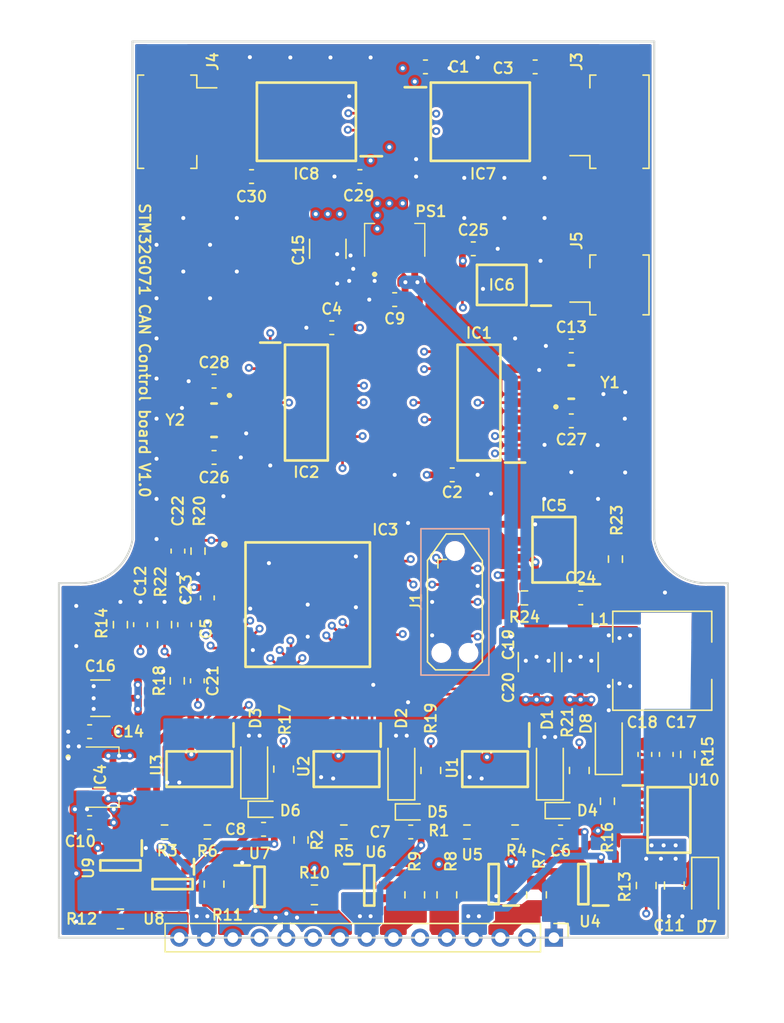
<source format=kicad_pcb>
(kicad_pcb (version 20211014) (generator pcbnew)
  (layers (0 "F.Cu" signal) (1 "In1.Cu" power "GND1.Cu") (2 "In2.Cu" signal "InnerSIG.Cu") (3 "In3.Cu" power "PWR.Cu") (4 "In4.Cu" power "GND2.Cu") (31 "B.Cu" signal) (34 "B.Paste" user) (35 "F.Paste" user) (36 "B.SilkS" user "B.Silkscreen") (37 "F.SilkS" user "F.Silkscreen") (38 "B.Mask" user) (39 "F.Mask" user) (44 "Edge.Cuts" user))
  (net 0 "")
  (net 1 "+5V")
  (net 2 "GND")
  (net 3 "/CAN/+5V_ISO1")
  (net 4 "/CAN/GND_ISO1")
  (net 5 "/CAN/+5V_ISO2")
  (net 6 "/CAN/GND_ISO2")
  (net 7 "+3V3")
  (net 8 "Net-(C6-Pad1)")
  (net 9 "/BEMF_Feedback/pU")
  (net 10 "Net-(C7-Pad1)")
  (net 11 "/BEMF_Feedback/pV")
  (net 12 "Net-(C8-Pad1)")
  (net 13 "/BEMF_Feedback/pW")
  (net 14 "+12V")
  (net 15 "Net-(C13-Pad1)")
  (net 16 "/MCU/VOLT_SENSE")
  (net 17 "Net-(C17-Pad1)")
  (net 18 "Net-(C17-Pad2)")
  (net 19 "Net-(C18-Pad1)")
  (net 20 "/MCU/pW_COMP")
  (net 21 "/MCU/pU_COMP")
  (net 22 "/PWM/+5V_ISO")
  (net 23 "/PWM/GND_ISO")
  (net 24 "/CAN/CAN_L1")
  (net 25 "/CAN/CAN_H1")
  (net 26 "/CAN/CAN_L2")
  (net 27 "/CAN/CAN_H2")
  (net 39 "/MCU/CURR_SENSE")
  (net 40 "/MCU/INPUT_PIN")
  (net 41 "/MCU/pW_LOW")
  (net 42 "/MCU/pV_LOW")
  (net 59 "Net-(IC5-Pad2)")
  (net 63 "/Current_Sense/ISENSE_POS")
  (net 64 "/Current_Sense/ISENSE_NEG")
  (net 65 "Net-(R4-Pad1)")
  (net 66 "Net-(R4-Pad2)")
  (net 67 "Net-(R5-Pad1)")
  (net 68 "Net-(R5-Pad2)")
  (net 69 "Net-(R6-Pad1)")
  (net 70 "Net-(R6-Pad2)")
  (net 71 "Net-(R7-Pad1)")
  (net 72 "/Gate_Drive/U_H")
  (net 73 "Net-(R8-Pad1)")
  (net 74 "/Gate_Drive/U_L")
  (net 75 "Net-(R9-Pad1)")
  (net 76 "/Gate_Drive/V_H")
  (net 77 "Net-(R10-Pad1)")
  (net 78 "/Gate_Drive/V_L")
  (net 79 "Net-(R11-Pad1)")
  (net 80 "/Gate_Drive/W_H")
  (net 81 "Net-(R12-Pad1)")
  (net 82 "/Gate_Drive/W_L")
  (net 83 "Net-(R15-Pad1)")
  (net 84 "/PWM/SERVO_ISO")
  (net 85 "Net-(R1-Pad1)")
  (net 86 "Net-(R1-Pad2)")
  (net 87 "Net-(R2-Pad1)")
  (net 88 "Net-(R2-Pad2)")
  (net 89 "Net-(R3-Pad1)")
  (net 90 "Net-(R3-Pad2)")
  (net 91 "/MCU/pV_COMP")
  (net 92 "/MCU/pU_LOW")
  (net 93 "/MCU/pW_HIGH")
  (net 94 "/MCU/pV_HIGH")
  (net 95 "/MCU/pU_HIGH")
  (net 103 "VBATT")
  (net 108 "/MCU/NRST")
  (net 109 "/MCU/SWO")
  (net 110 "/MCU/SWDIO")
  (net 111 "/MCU/SWCLK")
  (net 112 "Net-(C26-Pad1)")
  (net 113 "Net-(C27-Pad1)")
  (net 114 "Net-(C28-Pad1)")
  (net 115 "Net-(IC1-Pad1)")
  (net 116 "Net-(IC1-Pad2)")
  (net 118 "/MCU/SCK")
  (net 119 "/MCU/MISO")
  (net 120 "/MCU/MOSI")
  (net 121 "/MCU/CAN1_CS")
  (net 122 "Net-(IC2-Pad1)")
  (net 123 "Net-(IC2-Pad2)")
  (net 125 "/MCU/CAN2_CS")
  (net 131 "/MCU/TDI")
  (net 133 "/CAN/CAN1_INT")
  (net 134 "/CAN/CAN1_INT_RX")
  (net 135 "/CAN/CAN1_INT_TX")
  (net 136 "/CAN/CAN2_INT")
  (net 137 "/CAN/CAN2_INT_RX")
  (net 138 "/CAN/CAN2_INT_TX")
  (footprint "Capacitor_SMD:C_0603_1608Metric" (layer "F.Cu") (at 138.1 45.3)
    (fp_text reference "C2")
    (fp_text value "4u7")
  )
  (footprint "Connector:Tag-Connect_TC2050-IDC-NL_2x05_P1.27mm_Vertical_with_bottom_clip" (layer "F.Cu") (at 138.3 54.8 -90)
    (fp_text reference "J1")
    (fp_text value "Conn_ARM_JTAG_SWD_10")
  )
  (footprint "Capacitor_SMD:C_0805_2012Metric" (layer "F.Cu") (at 154.7 76 -90)
    (fp_text reference "C11")
    (fp_text value "100n")
  )
  (footprint "MAG_Connectors:PWM_PADS" (layer "F.Cu") (at 152.1 51.6)
    (fp_text reference "J2" hide)
    (fp_text value "Conn_01x03" hide)
  )
  (footprint "Diode_SMD:D_SOD-123F" (layer "F.Cu") (at 157 76.1 -90)
    (fp_text reference "D7")
    (fp_text value "ES1JFL")
  )
  (footprint "Resistor_SMD:R_0603_1608Metric" (layer "F.Cu") (at 150.3 51.6 -90)
    (fp_text reference "R23")
    (fp_text value "510R")
  )
  (footprint "Resistor_SMD:R_0603_1608Metric" (layer "F.Cu") (at 113.3 56.5 90)
    (fp_text reference "R14")
    (fp_text value "2k")
  )
  (footprint "Capacitor_SMD:C_1210_3225Metric" (layer "F.Cu") (at 128.8 28.4 -90)
    (fp_text reference "C15")
    (fp_text value "47u")
  )
  (footprint "Capacitor_SMD:C_0603_1608Metric" (layer "F.Cu") (at 135 72)
    (fp_text reference "C7")
    (fp_text value "4u7")
  )
  (footprint "Resistor_SMD:R_0603_1608Metric" (layer "F.Cu") (at 119.1 51 -90)
    (fp_text reference "R20")
    (fp_text value "2k7")
  )
  (footprint "MAG_ESC:SOIC127P600X175-8N" (layer "F.Cu") (at 145.7 50.9 180)
    (fp_text reference "IC5")
    (fp_text value "ISO1540QDRQ1" hide)
  )
  (footprint "MAG_Crystals:ABM810000MHZ12D2W" (layer "F.Cu") (at 120.3 41.2185 180)
    (fp_text reference "Y2")
    (fp_text value "ABM8-20.000MHZ-10-B1U-T" hide)
  )
  (footprint "Diode_SMD:D_SOD-123F" (layer "F.Cu") (at 149.8 65.5 90)
    (fp_text reference "D8")
    (fp_text value "ES1JFL")
  )
  (footprint "MAG_Current_Sense_Amplifiers:SOP65P640X120-8N" (layer "F.Cu") (at 141.8 31.1 180)
    (fp_text reference "IC6")
    (fp_text value "INA240A2PW" hide)
  )
  (footprint "Capacitor_SMD:C_0603_1608Metric" (layer "F.Cu") (at 123.1 23)
    (fp_text reference "C30")
    (fp_text value "4u7")
  )
  (footprint "Resistor_SMD:R_0603_1608Metric" (layer "F.Cu") (at 117.55 60.7 90)
    (fp_text reference "R18")
    (fp_text value "2k7")
  )
  (footprint "Diode_SMD:D_SOD-123F" (layer "F.Cu") (at 123.3 67.3 90)
    (fp_text reference "D3")
    (fp_text value "ES1JFL")
  )
  (footprint "MAG_CAN_Transceivers:SOIC127P600X175-14N" (layer "F.Cu") (at 127.2 39.9)
    (fp_text reference "IC2")
    (fp_text value "MCP2518FDT-E_SL" hide)
  )
  (footprint "Capacitor_SMD:C_0603_1608Metric" (layer "F.Cu") (at 154.1 66.2 90)
    (fp_text reference "C17")
    (fp_text value "100n")
  )
  (footprint "Resistor_SMD:R_0603_1608Metric" (layer "F.Cu") (at 130 72 180)
    (fp_text reference "R5")
    (fp_text value "20R")
  )
  (footprint "MAG_CAN_Transceivers:SOIC127P1031X265-8N" (layer "F.Cu") (at 140.2 18.9)
    (fp_text reference "IC7")
    (fp_text value "ADM3050EBRIZ" hide)
  )
  (footprint "Resistor_SMD:R_0805_2012Metric" (layer "F.Cu") (at 127.8 76.7)
    (fp_text reference "R10")
    (fp_text value "5R1")
  )
  (footprint "Capacitor_SMD:C_0603_1608Metric" (layer "F.Cu") (at 114.8 56.5 90)
    (fp_text reference "C12")
    (fp_text value "100n")
  )
  (footprint "MAG_ESC:AZ1117CR33TRG1" (layer "F.Cu") (at 113.194 67.9 -90)
    (fp_text reference "IC4")
    (fp_text value "AZ1117CR-3.3TRG1" hide)
  )
  (footprint "Diode_SMD:D_SOD-123F" (layer "F.Cu") (at 134.3 67.4 90)
    (fp_text reference "D2")
    (fp_text value "ES1JFL")
  )
  (footprint "MAG_Switching_Regulators:SOIC127P600X175-8N" (layer "F.Cu") (at 154.3 71.1)
    (fp_text reference "U10")
    (fp_text value "LNK306DN-TL" hide)
  )
  (footprint "Resistor_SMD:R_0603_1608Metric" (layer "F.Cu") (at 155.7 66.2 90)
    (fp_text reference "R15")
    (fp_text value "2k")
  )
  (footprint "Capacitor_SMD:C_0603_1608Metric" (layer "F.Cu") (at 152.5 66.2 90)
    (fp_text reference "C18")
    (fp_text value "10u")
  )
  (footprint "Capacitor_SMD:C_0603_1608Metric" (layer "F.Cu") (at 124 71.8)
    (fp_text reference "C8")
    (fp_text value "4u7")
  )
  (footprint "Resistor_SMD:R_0805_2012Metric" (layer "F.Cu") (at 147.6 67.4 90)
    (fp_text reference "R21")
    (fp_text value "200k")
  )
  (footprint "MAG_Gate_Drivers:SOT95P285X140-6N" (layer "F.Cu") (at 141.2 75.9 180)
    (fp_text reference "U5")
    (fp_text value "ZXGD3006E6QTA" hide)
  )
  (footprint "Capacitor_SMD:C_0603_1608Metric" (layer "F.Cu") (at 147.7 54.5 180)
    (fp_text reference "C24")
    (fp_text value "4u7")
  )
  (footprint "MAG_CAN_Transceivers:SOIC127P1031X265-8N" (layer "F.Cu") (at 127.2 18.9 180)
    (fp_text reference "IC8")
    (fp_text value "ADM3050EBRIZ" hide)
  )
  (footprint "Resistor_SMD:R_0805_2012Metric" (layer "F.Cu") (at 125.5 67.3 90)
    (fp_text reference "R17")
    (fp_text value "200k")
  )
  (footprint "Diode_SMD:D_SOD-523" (layer "F.Cu") (at 146.2 70.4)
    (fp_text reference "D4")
    (fp_text value "13V")
  )
  (footprint "Capacitor_SMD:C_0603_1608Metric" (layer "F.Cu") (at 139.675 28.4)
    (fp_text reference "C25")
    (fp_text value "4u7")
  )
  (footprint "Capacitor_SMD:C_0603_1608Metric" (layer "F.Cu") (at 147 35.6625 180)
    (fp_text reference "C13")
    (fp_text value "12p")
  )
  (footprint "Resistor_SMD:R_0603_1608Metric" (layer "F.Cu") (at 149.7 69.7 90)
    (fp_text reference "R16")
    (fp_text value "13k3")
  )
  (footprint "MAG_Gate_Drivers:SOT95P285X140-6N" (layer "F.Cu") (at 131.9 76)
    (fp_text reference "U6")
    (fp_text value "ZXGD3006E6QTA" hide)
  )
  (footprint "Capacitor_SMD:C_0603_1608Metric" (layer "F.Cu") (at 119.05 60.7 90)
    (fp_text reference "C21")
    (fp_text value "2n2")
  )
  (footprint "Resistor_SMD:R_0603_1608Metric" (layer "F.Cu") (at 116.6 72 180)
    (fp_text reference "R3")
    (fp_text value "20R")
  )
  (footprint "MAG_Gate_Drivers:SOT127P600X175-8N" (layer "F.Cu") (at 119.2 67.3 -90)
    (fp_text reference "U3")
    (fp_text value "L6498DTR" hide)
  )
  (footprint "Capacitor_SMD:C_0603_1608Metric" (layer "F.Cu") (at 129.1 34.3 180)
    (fp_text reference "C4")
    (fp_text value "4u7")
  )
  (footprint "Capacitor_SMD:C_1210_3225Metric" (layer "F.Cu") (at 111.8 62 180)
    (fp_text reference "C16")
    (fp_text value "47u")
  )
  (footprint "MAG_Gate_Drivers:SOT127P600X175-8N" (layer "F.Cu") (at 130.2 67.3 -90)
    (fp_text reference "U2")
    (fp_text value "L6498DTR" hide)
  )
  (footprint "Resistor_SMD:R_0603_1608Metric" (layer "F.Cu") (at 119.8 72 180)
    (fp_text reference "R6")
    (fp_text value "20R")
  )
  (footprint "Capacitor_SMD:C_0603_1608Metric" (layer "F.Cu") (at 117.6 51 -90)
    (fp_text reference "C22")
    (fp_text value "2n2")
  )
  (footprint "Resistor_SMD:R_0805_2012Metric" (layer "F.Cu") (at 152.6 76 -90)
    (fp_text reference "R13")
    (fp_text value "100k")
  )
  (footprint "Capacitor_SMD:C_0603_1608Metric" (layer "F.Cu") (at 111 64.5 180)
    (fp_text reference "C14")
    (fp_text value "100n")
  )
  (footprint "Resistor_SMD:R_0603_1608Metric" (layer "F.Cu") (at 116.6 56.5 90)
    (fp_text reference "R22")
    (fp_text value "2k7")
  )
  (footprint "Connector_Molex:Molex_PicoBlade_53261-0471_1x04-1MP_P1.25mm_Horizontal" (layer "F.Cu") (at 117.3 18.9 -90)
    (fp_text reference "J4")
    (fp_text value "Conn_01x04")
  )
  (footprint "Capacitor_SMD:C_0603_1608Metric" (layer "F.Cu") (at 118.1 56.5 90)
    (fp_text reference "C23")
    (fp_text value "2n2")
  )
  (footprint "Resistor_SMD:R_0805_2012Metric" (layer "F.Cu") (at 137.7 76.7 -90)
    (fp_text reference "R8")
    (fp_text value "5R1")
  )
  (footprint "Resistor_SMD:R_0603_1608Metric" (layer "F.Cu") (at 139.2 72)
    (fp_text reference "R1")
    (fp_text value "20R")
  )
  (footprint "Capacitor_SMD:C_0603_1608Metric" (layer "F.Cu") (at 133.8 32.2 180)
    (fp_text reference "C9")
    (fp_text value "4u7")
  )
  (footprint "Diode_SMD:D_SOD-523" (layer "F.Cu") (at 135 70.5)
    (fp_text reference "D5")
    (fp_text value "13V")
  )
  (footprint "MAG_Gate_Drivers:SOT95P285X140-6N" (layer "F.Cu") (at 113.3 74.5 -90)
    (fp_text reference "U9")
    (fp_text value "ZXGD3006E6QTA" hide)
  )
  (footprint "Capacitor_SMD:C_0603_1608Metric" (layer "F.Cu") (at 144.3 14.8 180)
    (fp_text reference "C3")
    (fp_text value "4u7")
  )
  (footprint "Resistor_SMD:R_0805_2012Metric" (layer "F.Cu") (at 135.3 76.7 -90)
    (fp_text reference "R9")
    (fp_text value "5R1")
  )
  (footprint "Capacitor_SMD:C_0603_1608Metric" (layer "F.Cu") (at 146.2 72)
    (fp_text reference "C6")
    (fp_text value "4u7")
  )
  (footprint "Resistor_SMD:R_0805_2012Metric" (layer "F.Cu") (at 144.4 76.7 -90)
    (fp_text reference "R7")
    (fp_text value "5R1")
  )
  (footprint "MAG_CAN_Transceivers:SOIC127P600X175-14N" (layer "F.Cu") (at 140.1 39.9 180)
    (fp_text reference "IC1")
    (fp_text value "MCP2518FDT-E_SL" hide)
  )
  (footprint "Resistor_SMD:R_0805_2012Metric" (layer "F.Cu") (at 120.3 75.9 -90)
    (fp_text reference "R11")
    (fp_text value "5R1")
  )
  (footprint "Resistor_SMD:R_0603_1608Metric" (layer "F.Cu") (at 142.8 72)
    (fp_text reference "R4")
    (fp_text value "20R")
  )
  (footprint "Resistor_SMD:R_0805_2012Metric" (layer "F.Cu") (at 136.5 67.4 90)
    (fp_text reference "R19")
    (fp_text value "200k")
  )
  (footprint "MAG_ESC:QFP50P1200X1200X160-64N" (layer "F.Cu") (at 127.3 55)
    (fp_text reference "IC3")
    (fp_text value "STM32G071RBT6" hide)
  )
  (footprint "MAG_Gate_Drivers:SOT95P285X140-6N" (layer "F.Cu") (at 147.9 75.9 180)
    (fp_text reference "U4")
    (fp_text value "ZXGD3006E6QTA" hide)
  )
  (footprint "Connector_Molex:Molex_PicoBlade_53261-0471_1x04-1MP_P1.25mm_Horizontal" (layer "F.Cu") (at 150.1 18.9 90)
    (fp_text reference "J3")
    (fp_text value "Conn_01x04")
  )
  (footprint "Capacitor_SMD:C_1210_3225Metric" (layer "F.Cu") (at 144.4 59.3 -90)
    (fp_text reference "C19")
    (fp_text value "47u")
  )
  (footprint "Connector_PinHeader_2.00mm:PinHeader_1x15_P2.00mm_Vertical" (layer "F.Cu") (at 145.7 79.9 -90)
    (fp_text reference "J6")
    (fp_text value "Conn_01x15")
  )
  (footprint "Inductor_SMD:L_7.3x7.3_H4.5" (layer "F.Cu") (at 153.8 59.2 180)
    (fp_text reference "L1")
    (fp_text value "1m")
  )
  (footprint "MAG_Crystals:ABM810000MHZ12D2W" (layer "F.Cu") (at 147 38.3625)
    (fp_text reference "Y1")
    (fp_text value "ABM8-20.000MHZ-10-B1U-T" hide)
  )
  (footprint "MAG_LDO_Regulators:AZ1117CR33TRG1" (layer "F.Cu") (at 133.8 26.506)
    (fp_text reference "PS1")
    (fp_text value "AZ1117CR-5.0TRG1" hide)
  )
  (footprint "Resistor_SMD:R_0603_1608Metric" (layer "F.Cu") (at 126.8 72.6 -90)
    (fp_text reference "R2")
    (fp_text value "20R")
  )
  (footprint "Capacitor_SMD:C_0603_1608Metric" (layer "F.Cu") (at 136.1 14.8)
    (fp_text reference "C1")
    (fp_text value "4u7")
  )
  (footprint "MAG_Gate_Drivers:SOT95P285X140-6N" (layer "F.Cu") (at 117.2 75.9 -90)
    (fp_text reference "U8")
    (fp_text value "ZXGD3006E6QTA" hide)
  )
  (footprint "MAG_Gate_Drivers:SOT95P285X140-6N" (layer "F.Cu") (at 123.7 76.1)
    (fp_text reference "U7")
    (fp_text value "ZXGD3006E6QTA" hide)
  )
  (footprint "MAG_Gate_Drivers:SOT127P600X175-8N" (layer "F.Cu") (at 141.3 67.3 -90)
    (fp_text reference "U1")
    (fp_text value "L6498DTR" hide)
  )
  (footprint "Resistor_SMD:R_0603_1608Metric" (layer "F.Cu") (at 143.5 54.5 180)
    (fp_text reference "R24")
    (fp_text value "510R")
  )
  (footprint "Capacitor_SMD:C_1210_3225Metric" (layer "F.Cu") (at 147.65 59.3 -90)
    (fp_text reference "C20")
    (fp_text value "47u")
  )
  (footprint "Resistor_SMD:R_0805_2012Metric" (layer "F.Cu") (at 113.3 78.5)
    (fp_text reference "R12")
    (fp_text value "5R1")
  )
  (footprint "Diode_SMD:D_SOD-123F" (layer "F.Cu") (at 145.4 67.4 90)
    (fp_text reference "D1")
    (fp_text value "ES1JFL")
  )
  (footprint "Diode_SMD:D_SOD-523" (layer "F.Cu") (at 124 70.3)
    (fp_text reference "D6")
    (fp_text value "13V")
  )
  (footprint "Connector_Molex:Molex_PicoBlade_53261-0271_1x02-1MP_P1.25mm_Horizontal" (layer "F.Cu") (at 150.1 31.1 90)
    (fp_text reference "J5")
    (fp_text value "Conn_01x02")
  )
  (footprint "Capacitor_SMD:C_0603_1608Metric" (layer "F.Cu") (at 111 71.3)
    (fp_text reference "C10")
    (fp_text value "4u7")
  )
  (footprint "Capacitor_SMD:C_0603_1608Metric" (layer "F.Cu") (at 120.3 44)
    (fp_text reference "C26")
    (fp_text value "12p")
  )
  (footprint "Capacitor_SMD:C_0603_1608Metric" (layer "F.Cu") (at 119.8 54.5 -90)
    (fp_text reference "C5")
    (fp_text value "100n")
  )
  (footprint "Capacitor_SMD:C_0603_1608Metric" (layer "F.Cu") (at 120.3 38.3 180)
    (fp_text reference "C28")
    (fp_text value "12p")
  )
  (footprint "Capacitor_SMD:C_0603_1608Metric" (layer "F.Cu") (at 147 41.2625)
    (fp_text reference "C27")
    (fp_text value "12p")
  )
  (footprint "Capacitor_SMD:C_0603_1608Metric" (layer "F.Cu") (at 131.2 23 180)
    (fp_text reference "C29")
    (fp_text value "4u7")
  )
  (gr_line (start 108.7 79.9) (end 108.7 53.4) (layer "Edge.Cuts") (width 0.15))
  (gr_line (start 158.7 79.9) (end 108.7 79.9) (layer "Edge.Cuts") (width 0.15))
  (gr_line (start 114.2 47.9) (end 114.2 12.9) (layer "Edge.Cuts") (width 0.15))
  (gr_line (start 153.2 47.9) (end 153.2 12.9) (layer "Edge.Cuts") (width 0.15))
  (gr_line (start 158.7 53.4) (end 158.7 79.9) (layer "Edge.Cuts") (width 0.15))
  (gr_line (start 153.2 47.9) (end 153.2 50.145) (layer "Edge.Cuts") (width 0.15))
  (gr_arc (start 114.2 50.145) (mid 112.84961 52.490927) (end 110.3 53.4) (layer "Edge.Cuts") (width 0.15))
  (gr_line (start 108.7 53.4) (end 110.3 53.4) (layer "Edge.Cuts") (width 0.15))
  (gr_line (start 114.2 12.9) (end 153.2 12.9) (layer "Edge.Cuts") (width 0.15))
  (gr_line (start 158.7 53.4) (end 157.1 53.4) (layer "Edge.Cuts") (width 0.15))
  (gr_arc (start 157.1 53.4) (mid 154.55039 52.490927) (end 153.2 50.145) (layer "Edge.Cuts") (width 0.15))
  (gr_line (start 114.2 47.9) (end 114.2 50.145) (layer "Edge.Cuts") (width 0.15))
  (gr_text "STM32G071 CAN Control board V1.0" (at 115.1 36 270) (layer "F.SilkS") (effects (font (size 0.8 0.8))))
  (segment (start 135.35 16.995) (end 135.35 14.925) (width 0.5) (layer "F.Cu") (net 1))
  (segment (start 135.325 14.9) (end 134.4 14.9) (width 0.5) (layer "F.Cu") (net 1))
  (segment (start 135.35 14.925) (end 135.325 14.9) (width 0.5) (layer "F.Cu") (net 1))
  (via (at 134.4 25) (size 0.6) (drill 0.3) (layers "F.Cu" "B.Cu") (net 1))
  (via (at 134.4 14.9) (size 0.6) (drill 0.3) (layers "F.Cu" "B.Cu") (net 1))
  (via (at 128.8 25.8) (size 0.6) (drill 0.3) (layers "F.Cu" "B.Cu") (net 1))
  (via (at 129.7 25.8) (size 0.6) (drill 0.3) (layers "F.Cu" "B.Cu") (net 1))
  (via (at 132.5 25.9) (size 0.6) (drill 0.3) (layers "F.Cu" "B.Cu") (net 1))
  (via (at 133.4 25) (size 0.6) (drill 0.3) (layers "F.Cu" "B.Cu") (net 1))
  (via (at 127.9 25.8) (size 0.6) (drill 0.3) (layers "F.Cu" "B.Cu") (net 1))
  (via (at 132 21.8) (size 0.6) (drill 0.3) (layers "F.Cu" "B.Cu") (net 1))
  (via (at 135.3 15.9) (size 0.6) (drill 0.3) (layers "F.Cu" "B.Cu") (net 1))
  (via (at 133.4 20.8) (size 0.6) (drill 0.3) (layers "F.Cu" "B.Cu") (net 1))
  (via (at 132.5 26.9) (size 0.6) (drill 0.3) (layers "F.Cu" "B.Cu") (net 1))
  (via (at 132.5 25) (size 0.6) (drill 0.3) (layers "F.Cu" "B.Cu") (net 1))
  (segment (start 119.125 55.275) (end 118.675 55.725) (width 0.5) (layer "F.Cu") (net 2))
  (segment (start 119.825 55.25) (end 119.8 55.275) (width 0.2) (layer "F.Cu") (net 2))
  (segment (start 111.6 71.475) (end 111.775 71.3) (width 0.5) (layer "F.Cu") (net 2))
  (segment (start 121.562 55.25) (end 119.825 55.25) (width 0.2) (layer "F.Cu") (net 2))
  (segment (start 111.6 73.2) (end 111.6 71.475) (width 0.5) (layer "F.Cu") (net 2))
  (segment (start 119.8 55.275) (end 119.125 55.275) (width 0.5) (layer "F.Cu") (net 2))
  (segment (start 119.1 51.825) (end 119.1 52.7) (width 0.5) (layer "F.Cu") (net 2))
  (segment (start 118.675 55.725) (end 118.1 55.725) (width 0.5) (layer "F.Cu") (net 2))
  (via (at 124.9 78.4) (size 0.6) (drill 0.3) (layers "F.Cu" "B.Cu") (net 2))
  (via (at 111.6 73.2) (size 0.6) (drill 0.3) (layers "F.Cu" "B.Cu") (net 2))
  (via (at 144.976874 47.098911) (size 0.6) (drill 0.3) (layers "F.Cu" "B.Cu") (net 2))
  (via (at 118 30.1) (size 0.6) (drill 0.3) (layers "F.Cu" "B.Cu") (net 2))
  (via (at 116 50.1) (size 0.6) (drill 0.3) (layers "F.Cu" "B.Cu") (net 2))
  (via (at 119.1 52.7) (size 0.6) (drill 0.3) (layers "F.Cu" "B.Cu") (net 2))
  (via (at 130.4 17) (size 0.6) (drill 0.3) (layers "F.Cu" "B.Cu") (net 2))
  (via (at 151.025303 39.124215) (size 0.6) (drill 0.3) (layers "F.Cu" "B.Cu") (net 2))
  (via (at 144.7 29.3) (size 0.6) (drill 0.3) (layers "F.Cu" "B.Cu") (net 2))
  (via (at 113.3 54.8) (size 0.6) (drill 0.3) (layers "F.Cu" "B.Cu") (net 2))
  (via (at 125.7 78.1) (size 0.6) (drill 0.3) (layers "F.Cu" "B.Cu") (net 2))
  (via (at 140.4 31.4) (size 0.6) (drill 0.3) (layers "F.Cu" "B.Cu") (net 2))
  (via (at 129.6 66.3) (size 0.6) (drill 0.3) (layers "F.Cu" "B.Cu") (net 2))
  (via (at 144.4 62.1) (size 0.6) (drill 0.3) (layers "F.Cu" "B.Cu") (net 2))
  (via (at 145 43.05674) (size 0.6) (drill 0.3) (layers "F.Cu" "B.Cu") (net 2))
  (via (at 111.3 61.1) (size 0.6) (drill 0.3) (layers "F.Cu" "B.Cu") (net 2))
  (via (at 110.2 65.6) (size 0.6) (drill 0.3) (layers "F.Cu" "B.Cu") (net 2))
  (via (at 151.025303 45.124215) (size 0.6) (drill 0.3) (layers "F.Cu" "B.Cu") (net 2))
  (via (at 147.7 62.1) (size 0.6) (drill 0.3) (layers "F.Cu" "B.Cu") (net 2))
  (via (at 132.3 30.8) (size 0.6) (drill 0.3) (layers "F.Cu" "B.Cu") (net 2))
  (via (at 117.6 52.7) (size 0.6) (drill 0.3) (layers "F.Cu" "B.Cu") (net 2))
  (via (at 147 45.1) (size 0.6) (drill 0.3) (layers "F.Cu" "B.Cu") (net 2))
  (via (at 116 38.1) (size 0.6) (drill 0.3) (layers "F.Cu" "B.Cu") (net 2))
  (via (at 122.975785 14.075785) (size 0.6) (drill 0.3) (layers "F.Cu" "B.Cu") (net 2))
  (via (at 144.3 49) (size 0.6) (drill 0.3) (layers "F.Cu" "B.Cu") (net 2))
  (via (at 110 78.7) (size 0.6) (drill 0.3) (layers "F.Cu" "B.Cu") (net 2))
  (via (at 116 32.1) (size 0.6) (drill 0.3) (layers "F.Cu" "B.Cu") (net 2))
  (via (at 145 26.1) (size 0.6) (drill 0.3) (layers "F.Cu" "B.Cu") (net 2))
  (via (at 116.6 54.8) (size 0.6) (drill 0.3) (layers "F.Cu" "B.Cu") (net 2))
  (via (at 109.4 65.6) (size 0.6) (drill 0.3) (layers "F.Cu" "B.Cu") (net 2))
  (via (at 130.5 28.9) (size 0.6) (drill 0.3) (layers "F.Cu" "B.Cu") (net 2))
  (via (at 137.1 74.4) (size 0.6) (drill 0.3) (layers "F.Cu" "B.Cu") (net 2))
  (via (at 141.5 28.4) (size 0.6) (drill 0.3) (layers "F.Cu" "B.Cu") (net 2))
  (via (at 116.5 60) (size 0.6) (drill 0.3) (layers "F.Cu" "B.Cu") (net 2))
  (via (at 130.4 30.8) (size 0.6) (drill 0.3) (layers "F.Cu" "B.Cu") (net 2))
  (via (at 149.4 39.2625) (size 0.6) (drill 0.3) (layers "F.Cu" "B.Cu") (net 2))
  (via (at 133.8 45.3) (size 0.6) (drill 0.3) (layers "F.Cu" "B.Cu") (net 2))
  (via (at 123 55.3) (size 0.6) (drill 0.3) (layers "F.Cu" "B.Cu") (net 2))
  (via (at 111.3 62.8) (size 0.6) (drill 0.3) (layers "F.Cu" "B.Cu") (net 2))
  (via (at 149 47.1) (size 0.6) (drill 0.3) (layers "F.Cu" "B.Cu") (net 2))
  (via (at 129.5 28.8) (size 0.6) (drill 0.3) (layers "F.Cu" "B.Cu") (net 2))
  (via (at 140.7 66.3995) (size 0.6) (drill 0.3) (layers "F.Cu" "B.Cu") (net 2))
  (via (at 126 14.1) (size 0.6) (drill 0.3) (layers "F.Cu" "B.Cu") (net 2))
  (via (at 140 14.1) (size 0.6) (drill 0.3) (layers "F.Cu" "B.Cu") (net 2))
  (via (at 142.5 74.1995) (size 0.6) (drill 0.3) (layers "F.Cu" "B.Cu") (net 2))
  (via (at 129.5 31) (size 0.6) (drill 0.3) (layers "F.Cu" "B.Cu") (net 2))
  (via (at 118.4 38.3) (size 0.6) (drill 0.3) (layers "F.Cu" "B.Cu") (net 2))
  (via (at 121 46.9) (size 0.6) (drill 0.3) (layers "F.Cu" "B.Cu") (net 2))
  (via (at 122 26.1) (size 0.6) (drill 0.3) (layers "F.Cu" "B.Cu") (net 2))
  (via (at 135.4 23) (size 0.6) (drill 0.3) (layers "F.Cu" "B.Cu") (net 2))
  (via (at 134.8 62.3) (size 0.6) (drill 0.3) (layers "F.Cu" "B.Cu") (net 2))
  (via (at 148.974697 43.075785) (size 0.6) (drill 0.3) (layers "F.Cu" "B.Cu") (net 2))
  (via (at 119.8 56.3) (size 0.6) (drill 0.3) (layers "F.Cu" "B.Cu") (net 2))
  (via (at 120 28.1) (size 0.6) (drill 0.3) (layers "F.Cu" "B.Cu") (net 2))
  (via (at 127.3 55) (size 0.6) (drill 0.3) (layers "F.Cu" "B.Cu") (net 2))
  (via (at 112.8 70.3) (size 0.6) (drill 0.3) (layers "F.Cu" "B.Cu") (net 2))
  (via (at 110 58.1) (size 0.6) (drill 0.3) (layers "F.Cu" "B.Cu") (net 2))
  (via (at 111.3 62) (size 0.6) (drill 0.3) (layers "F.Cu" "B.Cu") (net 2))
  (via (at 118.6 66.2) (size 0.6) (drill 0.3) (layers "F.Cu" "B.Cu") (net 2))
  (via (at 141 46.7) (size 0.6) (drill 0.3) (layers "F.Cu" "B.Cu") (net 2))
  (via (at 123.4 77.9) (size 0.6) (drill 0.3) (layers "F.Cu" "B.Cu") (net 2))
  (via (at 146.9 62.1) (size 0.6) (drill 0.3) (layers "F.Cu" "B.Cu") (net 2))
  (via (at 122.7 42.2) (size 0.6) (drill 0.3) (layers "F.Cu" "B.Cu") (net 2))
  (via (at 142 23.1) (size 0.6) (drill 0.3) (layers "F.Cu" "B.Cu") (net 2))
  (via (at 136.6 54.8) (size 0.6) (drill 0.3) (layers "F.Cu" "B.Cu") (net 2))
  (via (at 119.9 59.9) (size 0.6) (drill 0.3) (layers "F.Cu" "B.Cu") (net 2))
  (via (at 116 28.1) (size 0.6) (drill 0.3) (layers "F.Cu" "B.Cu") (net 2))
  (via (at 124.4 51.9) (size 0.6) (drill 0.3) (layers "F.Cu" "B.Cu") (net 2))
  (via (at 127.8 74.7) (size 0.6) (drill 0.3) (layers "F.Cu" "B.Cu") (net 2))
  (via (at 155.3 78.3) (size 0.6) (drill 0.3) (layers "F.Cu" "B.Cu") (net 2))
  (via (at 157 78.6) (size 0.6) (drill 0.3) (layers "F.Cu" "B.Cu") (net 2))
  (via (at 154 54.1) (size 0.6) (drill 0.3) (layers "F.Cu" "B.Cu") (net 2))
  (via (at 124.5 44.6) (size 0.6) (drill 0.3) (layers "F.Cu" "B.Cu") (net 2))
  (via (at 145.1 35.6625) (size 0.6) (drill 0.3) (layers "F.Cu" "B.Cu") (net 2))
  (via (at 118 26.1) (size 0.6) (drill 0.3) (layers "F.Cu" "B.Cu") (net 2))
  (via (at 109.4 64.5) (size 0.6) (drill 0.3) (layers "F.Cu" "B.Cu") (net 2))
  (via (at 116 41.1) (size 0.6) (drill 0.3) (layers "F.Cu" "B.Cu") (net 2))
  (via (at 145.2 62.1) (size 0.6) (drill 0.3) (layers "F.Cu" "B.Cu") (net 2))
  (via (at 144.6 37.4625) (size 0.6) (drill 0.3) (layers "F.Cu" "B.Cu") (net 2))
  (via (at 131.9 32.2) (size 0.6) (drill 0.3) (layers "F.Cu" "B.Cu") (net 2))
  (via (at 118.1 54.8) (size 0.6) (drill 0.3) (layers "F.Cu" "B.Cu") (net 2))
  (via (at 122 30.1) (size 0.6) (drill 0.3) (layers "F.Cu" "B.Cu") (net 2))
  (via (at 126.5 78.4) (size 0.6) (drill 0.3) (layers "F.Cu" "B.Cu") (net 2))
  (via (at 122.3 44) (size 0.6) (drill 0.3) (layers "F.Cu" "B.Cu") (net 2))
  (via (at 130.9 51.4) (size 0.6) (drill 0.3) (layers "F.Cu" "B.Cu") (net 2))
  (via (at 132 14.1) (size 0.6) (drill 0.3) (layers "F.Cu" "B.Cu") (net 2))
  (via (at 132.2 61) (size 0.6) (drill 0.3) (layers "F.Cu" "B.Cu") (net 2))
  (via (at 148.5 62.1) (size 0.6) (drill 0.3) (layers "F.Cu" "B.Cu") (net 2))
  (via (at 140 53.6) (size 0.6) (drill 0.3) (layers "F.Cu" "B.Cu") (net 2))
  (via (at 127.2 34.3) (size 0.6) (drill 0.3) (layers "F.Cu" "B.Cu") (net 2))
  (via (at 151 41.1) (size 0.6) (drill 0.3) (layers "F.Cu" "B.Cu") (net 2))
  (via (at 117.9 40.3) (size 0.6) (drill 0.3) (layers "F.Cu" "B.Cu") (net 2))
  (via (at 139 26.1) (size 0.6) (drill 0.3) (layers "F.Cu" "B.Cu") (net 2))
  (via (at 129 14.1) (size 0.6) (drill 0.3) (layers "F.Cu" "B.Cu") (net 2))
  (via (at 114.8 54.8) (size 0.6) (drill 0.3) (layers "F.Cu" "B.Cu") (net 2))
  (via (at 130.9 55.2) (size 0.6) (drill 0.3) (layers "F.Cu" "B.Cu") (net 2))
  (via (at 142 26.1) (size 0.6) (drill 0.3) (layers "F.Cu" "B.Cu") (net 2))
  (via (at 116 47.1) (size 0.6) (drill 0.3) (layers "F.Cu" "B.Cu") (net 2))
  (via (at 123.2 58.4) (size 0.6) (drill 0.3) (layers "F.Cu" "B.Cu") (net 2))
  (via (at 143.6 62.1) (size 0.6) (drill 0.3) (layers "F.Cu" "B.Cu") (net 2))
  (via (at 139 23.1) (size 0.6) (drill 0.3) (layers "F.Cu" "B.Cu") (net 2))
  (via (at 116 44.1) (size 0.6) (drill 0.3) (layers "F.Cu" "B.Cu") (net 2))
  (via (at 129.29942 22.997071) (size 0.6) (drill 0.3) (layers "F.Cu" "B.Cu") (net 2))
  (via (at 142.8 35.1) (size 0.6) (drill 0.3) (layers "F.Cu" "B.Cu") (net 2))
  (via (at 120 32.1) (size 0.6) (drill 0.3) (layers "F.Cu" "B.Cu") (net 2))
  (via (at 136.6 57.3) (size 0.6) (drill 0.3) (layers "F.Cu" "B.Cu") (net 2))
  (via (at 109.4 66.5) (size 0.6) (drill 0.3) (layers "F.Cu" "B.Cu") (net 2))
  (via (at 134.8 48.9) (size 0.6) (drill 0.3) (layers "F.Cu" "B.Cu") (net 2))
  (via (at 110 75.1) (size 0.6) (drill 0.3) (layers "F.Cu" "B.Cu") (net 2))
  (via (at 154.3 78.3) (size 0.6) (drill 0.3) (layers "F.Cu" "B.Cu") (net 2))
  (via (at 135.4 21.7) (size 0.6) (drill 0.3) (layers "F.Cu" "B.Cu") (net 2))
  (via (at 140 45.3) (size 0.6) (drill 0.3) (layers "F.Cu" "B.Cu") (net 2))
  (via (at 127.3 57.4) (size 0.6) (drill 0.3) (layers "F.Cu" "B.Cu") (net 2))
  (via (at 130.7 29.9) (size 0.6) (drill 0.3) (layers "F.Cu" "B.Cu") (net 2))
  (via (at 145 23.1) (size 0.6) (drill 0.3) (layers "F.Cu" "B.Cu") (net 2))
  (via (at 137.9 14.9) (size 0.6) (drill 0.3) (layers "F.Cu" "B.Cu") (net 2))
  (via (at 149 71.9) (size 0.6) (drill 0.3) (layers "F.Cu" "B.Cu") (net 2))
  (via (at 116 35.1) (size 0.6) (drill 0.3) (layers "F.Cu" "B.Cu") (net 2))
  (via (at 110 55.1) (size 0.6) (drill 0.3) (layers "F.Cu" "B.Cu") (net 2))
  (via (at 112.8 71.3) (size 0.6) (drill 0.3) (layers "F.Cu" "B.Cu") (net 2))
  (segment (start 147.7 17.025) (end 145.08 17.025) (width 0.5) (layer "F.Cu") (net 3))
  (segment (start 145.075 16.97) (end 145.05 16.995) (width 0.5) (layer "F.Cu") (net 3))
  (segment (start 145.08 17.025) (end 145.05 16.995) (width 0.5) (layer "F.Cu") (net 3))
  (segment (start 145.075 14.9) (end 145.075 16.97) (width 0.5) (layer "F.Cu") (net 3))
  (segment (start 147.7 20.775) (end 145.08 20.775) (width 0.5) (layer "F.Cu") (net 4))
  (segment (start 144.505 20.805) (end 145.05 20.805) (width 0.5) (layer "F.Cu") (net 4))
  (segment (start 145.08 20.775) (end 145.05 20.805) (width 0.5) (layer "F.Cu") (net 4))
  (segment (start 143.525 19.825) (end 144.505 20.805) (width 0.5) (layer "F.Cu") (net 4))
  (segment (start 143.525 14.9) (end 143.525 19.825) (width 0.5) (layer "F.Cu") (net 4))
  (segment (start 122.325 20.83) (end 122.35 20.805) (width 0.5) (layer "F.Cu") (net 5))
  (segment (start 122.325 22.9) (end 122.325 20.83) (width 0.5) (layer "F.Cu") (net 5))
  (segment (start 119.7 20.775) (end 122.32 20.775) (width 0.5) (layer "F.Cu") (net 5))
  (segment (start 122.32 20.775) (end 122.35 20.805) (width 0.5) (layer "F.Cu") (net 5))
  (segment (start 122.32 17.025) (end 122.35 16.995) (width 0.5) (layer "F.Cu") (net 6))
  (segment (start 123.875 17.775) (end 123.875 22.9) (width 0.5) (layer "F.Cu") (net 6))
  (segment (start 122.35 16.995) (end 123.095 16.995) (width 0.5) (layer "F.Cu") (net 6))
  (segment (start 119.7 17.025) (end 122.32 17.025) (width 0.5) (layer "F.Cu") (net 6))
  (segment (start 123.095 16.995) (end 123.875 17.775) (width 0.5) (layer "F.Cu") (net 6))
  (segment (start 129.875 34.3) (end 129.875 36.065) (width 0.5) (layer "F.Cu") (net 7))
  (segment (start 142.675 54.5) (end 142.675 53.13) (width 0.5) (layer "F.Cu") (net 7))
  (segment (start 142.995 52.8) (end 143 52.805) (width 0.5) (layer "F.Cu") (net 7))
  (segment (start 141.5 52.8) (end 142.995 52.8) (width 0.5) (layer "F.Cu") (net 7))
  (segment (start 137.325 45.3) (end 137.325 43.785) (width 0.5) (layer "F.Cu") (net 7))
  (segment (start 137.325 45.3) (end 136.2 45.3) (width 0.5) (layer "F.Cu") (net 7))
  (segment (start 121.562 53.75) (end 119.825 53.75) (width 0.2) (layer "F.Cu") (net 7))
  (segment (start 142.675 53.13) (end 143 52.805) (width 0.5) (layer "F.Cu") (net 7))
  (segment (start 129.875 34.3) (end 131.2 34.3) (width 0.5) (layer "F.Cu") (net 7))
  (segment (start 129.875 36.065) (end 129.9 36.09) (width 0.5) (layer "F.Cu") (net 7))
  (segment (start 136.905 51.5) (end 137.665 52.26) (width 0.5) (layer "F.Cu") (net 7))
  (segment (start 118.8 53.7) (end 118.825 53.725) (width 0.5) (layer "F.Cu") (net 7))
  (segment (start 119.825 53.75) (end 119.8 53.725) (width 0.2) (layer "F.Cu") (net 7))
  (segment (start 137.325 43.785) (end 137.4 43.71) (width 0.5) (layer "F.Cu") (net 7))
  (segment (start 136.9 51.5) (end 136.905 51.5) (width 0.5) (layer "F.Cu") (net 7))
  (segment (start 118.825 53.725) (end 119.8 53.725) (width 0.5) (layer "F.Cu") (net 7))
  (segment (start 138.862 30.5) (end 138.862 28.637) (width 0.5) (layer "F.Cu") (net 7))
  (via (at 113.2 69.5) (size 0.6) (drill 0.3) (layers "F.Cu" "B.Cu") (net 7))
  (via (at 136.9 51.5) (size 0.6) (drill 0.3) (layers "F.Cu" "B.Cu") (net 7))
  (via (at 131.2 34.3) (size 0.6) (drill 0.3) (layers "F.Cu" "B.Cu") (net 7))
  (via (at 113.1 64.5) (size 0.6) (drill 0.3) (layers "F.Cu" "B.Cu") (net 7))
  (via (at 138.9 29.3) (size 0.6) (drill 0.3) (layers "F.Cu" "B.Cu") (net 7))
  (via (at 113.2 66.3) (size 0.6) (drill 0.3) (layers "F.Cu" "B.Cu") (net 7))
  (via (at 112.4 69.5) (size 0.6) (drill 0.3) (layers "F.Cu" "B.Cu") (net 7))
  (via (at 136.2 45.3) (size 0.6) (drill 0.3) (layers "F.Cu" "B.Cu") (net 7))
  (via (at 114 69.5) (size 0.6) (drill 0.3) (layers "F.Cu" "B.Cu") (net 7))
  (via (at 114.6 61.9) (size 0.6) (drill 0.3) (layers "F.Cu" "B.Cu") (net 7))
  (via (at 114.006428 66.291421) (size 0.6) (drill 0.3) (layers "F.Cu" "B.Cu") (net 7))
  (via (at 112.4 66.3) (size 0.6) (drill 0.3) (layers "F.Cu" "B.Cu") (net 7))
  (via (at 141.5 52.8) (size 0.6) (drill 0.3) (layers "F.Cu" "B.Cu") (net 7))
  (via (at 114.6 62.8) (size 0.6) (drill 0.3) (layers "F.Cu" "B.Cu") (net 7))
  (via (at 114.6 61) (size 0.6) (drill 0.3) (layers "F.Cu" "B.Cu") (net 7))
  (via (at 118.8 53.7) (size 0.6) (drill 0.3) (layers "F.Cu" "B.Cu") (net 7))
  (segment (start 113.997849 66.3) (end 114.006428 66.291421) (width 0.5) (layer "B.Cu") (net 7))
  (segment (start 114.6 61) (end 114.6 62.8) (width 0.5) (layer "B.Cu") (net 7))
  (segment (start 114 69.5) (end 112.4 69.5) (width 0.5) (layer "B.Cu") (net 7))
  (segment (start 112.4 66.3) (end 113.997849 66.3) (width 0.5) (layer "B.Cu") (net 7))
  (segment (start 150.3 76.575) (end 150.3 73.6) (width 0.5) (layer "F.Cu") (net 8))
  (segment (start 150.3 73.6) (end 149.6 72.9) (width 0.5) (layer "F.Cu") (net 8))
  (segment (start 147.9 73.4) (end 146.825 73.4) (width 0.5) (layer "F.Cu") (net 8))
  (segment (start 149.6 72.9) (end 148.4 72.9) (width 0.5) (layer "F.Cu") (net 8))
  (segment (start 145.4 68.8) (end 145.4 71.975) (width 0.5) (layer "F.Cu") (net 8))
  (segment (start 148.4 72.9) (end 147.9 73.4) (width 0.5) (layer "F.Cu") (net 8))
  (segment (start 146.825 73.4) (end 145.425 72) (width 0.5) (layer "F.Cu") (net 8))
  (segment (start 143.205 69.495) (end 143.205 69.85) (width 0.5) (layer "F.Cu") (net 8))
  (segment (start 150.025 76.85) (end 150.3 76.575) (width 0.5) (layer "F.Cu") (net 8))
  (segment (start 149.2 76.85) (end 150.025 76.85) (width 0.5) (layer "F.Cu") (net 8))
  (segment (start 145.4 68.8) (end 143.9 68.8) (width 0.5) (layer "F.Cu") (net 8))
  (segment (start 145.4 71.975) (end 145.425 72) (width 0.5) (layer "F.Cu") (net 8))
  (segment (start 143.9 68.8) (end 143.205 69.495) (width 0.5) (layer "F.Cu") (net 8))
  (segment (start 147.3 67.8) (end 147.6 68.1) (width 0.5) (layer "F.Cu") (net 9))
  (segment (start 149.223911 73.876089) (end 149.2 73.9) (width 0.5) (layer "F.Cu") (net 9))
  (segment (start 140.7 69.815) (end 140.7 69.2) (width 0.5) (layer "F.Cu") (net 9))
  (segment (start 142.1 67.8) (end 147.3 67.8) (width 0.5) (layer "F.Cu") (net 9))
  (segment (start 140.665 69.85) (end 140.7 69.815) (width 0.5) (layer "F.Cu") (net 9))
  (segment (start 146.975 72) (end 146.975 68.9375) (width 0.5) (layer "F.Cu") (net 9))
  (segment (start 148 72) (end 146.975 72) (width 0.5) (layer "F.Cu") (net 9))
  (segment (start 149.2 73.9) (end 149.2 74.95) (width 0.5) (layer "F.Cu") (net 9))
  (segment (start 147.6 68.1) (end 147.6 68.3125) (width 0.5) (layer "F.Cu") (net 9))
  (segment (start 146.975 68.9375) (end 147.6 68.3125) (width 0.5) (layer "F.Cu") (net 9))
  (segment (start 140.7 69.2) (end 142.1 67.8) (width 0.5) (layer "F.Cu") (net 9))
  (via (at 148 72) (size 0.6) (drill 0.3) (layers "F.Cu" "B.Cu") (net 9))
  (via (at 139.3 78.3) (size 0.6) (drill 0.3) (layers "F.Cu" "B.Cu") (net 9))
  (via (at 149.223911 73.876089) (size 0.6) (drill 0.3) (layers "F.Cu" "B.Cu") (net 9))
  (via (at 140.1 78.3) (size 0.6) (drill 0.3) (layers "F.Cu" "B.Cu") (net 9))
  (segment (start 142.2 77.7) (end 140.7 77.7) (width 0.5) (layer "B.Cu") (net 9))
  (segment (start 140.7 77.7) (end 140.7 78.3) (width 0.5) (layer "B.Cu") (net 9))
  (segment (start 149.223911 73.876089) (end 149.147822 73.8) (width 0.5) (layer "B.Cu") (net 9))
  (segment (start 140.7 78.3) (end 139.1 78.3) (width 0.5) (layer "B.Cu") (net 9))
  (segment (start 146.1 73.8) (end 142.2 77.7) (width 0.5) (layer "B.Cu") (net 9))
  (segment (start 148 72) (end 148 73.8) (width 0.5) (layer "B.Cu") (net 9))
  (segment (start 148 73.8) (end 146.1 73.8) (width 0.5) (layer "B.Cu") (net 9))
  (segment (start 149.147822 73.8) (end 146.1 73.8) (width 0.5) (layer "B.Cu") (net 9))
  (segment (start 134.225 72) (end 134.3 71.925) (width 0.5) (layer "F.Cu") (net 10))
  (segment (start 130.6 74.5) (end 133.1 72) (width 0.5) (layer "F.Cu") (net 10))
  (segment (start 134.3 68.8) (end 134 69.1) (width 0.5) (layer "F.Cu") (net 10))
  (segment (start 132.5 69.1) (end 132.105 69.495) (width 0.5) (layer "F.Cu") (net 10))
  (segment (start 130.6 75.05) (end 130.6 74.5) (width 0.5) (layer "F.Cu") (net 10))
  (segment (start 133.1 72) (end 134.225 72) (width 0.5) (layer "F.Cu") (net 10))
  (segment (start 132.105 69.495) (end 132.105 69.85) (width 0.5) (layer "F.Cu") (net 10))
  (segment (start 134.3 69.1) (end 134 69.1) (width 0.5) (layer "F.Cu") (net 10))
  (segment (start 134.3 71.925) (end 134.3 69.1) (width 0.5) (layer "F.Cu") (net 10))
  (segment (start 134 69.1) (end 132.5 69.1) (width 0.5) (layer "F.Cu") (net 10))
  (segment (start 129.565 69.85) (end 129.565 69.275) (width 0.5) (layer "F.Cu") (net 11))
  (segment (start 135.775 73.075) (end 135.775 73.0005) (width 0.2) (layer "F.Cu") (net 11))
  (segment (start 135.775 72) (end 135.775 69.0375) (width 0.5) (layer "F.Cu") (net 11))
  (segment (start 135.775 72) (end 135.775 73.075) (width 0.5) (layer "F.Cu") (net 11))
  (segment (start 131.04 67.8) (end 135.9875 67.8) (width 0.5) (layer "F.Cu") (net 11))
  (segment (start 135.775 73.075) (end 135.8 73.1) (width 0.2) (layer "F.Cu") (net 11))
  (segment (start 129.565 69.275) (end 131.04 67.8) (width 0.5) (layer "F.Cu") (net 11))
  (segment (start 135.775 69.0375) (end 136.5 68.3125) (width 0.5) (layer "F.Cu") (net 11))
  (segment (start 135.9875 67.8) (end 136.5 68.3125) (width 0.5) (layer "F.Cu") (net 11))
  (via (at 131.2 78.3) (size 0.6) (drill 0.3) (layers "F.Cu" "B.Cu") (net 11))
  (via (at 132 78.3) (size 0.6) (drill 0.3) (layers "F.Cu" "B.Cu") (net 11))
  (via (at 135.775 73.0005) (size 0.6) (drill 0.3) (layers "F.Cu" "B.Cu") (net 11))
  (segment (start 132.7 78.1) (end 132.7 76.1) (width 0.5) (layer "B.Cu") (net 11))
  (segment (start 130.9 78.3) (end 132.5 78.3) (width 0.5) (layer "B.Cu") (net 11))
  (segment (start 132.5 78.3) (end 132.7 78.1) (width 0.5) (layer "B.Cu") (net 11))
  (segment (start 132.7 76.1) (end 135.775 73.025) (width 0.5) (layer "B.Cu") (net 11))
  (segment (start 135.775 73.025) (end 135.775 73.0005) (width 0.5) (layer "B.Cu") (net 11))
  (segment (start 121.7 68.7) (end 121.105 69.295) (width 0.5) (layer "F.Cu") (net 12))
  (segment (start 118.15 74.6) (end 118.15 74.55) (width 0.5) (layer "F.Cu") (net 12))
  (segment (start 123.3 68.7) (end 121.7 68.7) (width 0.5) (layer "F.Cu") (net 12))
  (segment (start 123.225 71.8) (end 123.3 71.725) (width 0.5) (layer "F.Cu") (net 12))
  (segment (start 119.5 73.2) (end 121.8 73.2) (width 0.5) (layer "F.Cu") (net 12))
  (segment (start 123.2 71.8) (end 123.225 71.8) (width 0.5) (layer "F.Cu") (net 12))
  (segment (start 123.3 71.725) (end 123.3 68.7) (width 0.5) (layer "F.Cu") (net 12))
  (segment (start 118.15 74.55) (end 119.5 73.2) (width 0.5) (layer "F.Cu") (net 12))
  (segment (start 121.8 73.2) (end 123.2 71.8) (width 0.5) (layer "F.Cu") (net 12))
  (segment (start 121.105 69.295) (end 121.105 69.85) (width 0.5) (layer "F.Cu") (net 12))
  (segment (start 124.9875 67.7) (end 125.5 68.2125) (width 0.5) (layer "F.Cu") (net 13))
  (segment (start 118.565 69.235) (end 120.1 67.7) (width 0.5) (layer "F.Cu") (net 13))
  (segment (start 124.775 71.8) (end 124.775 68.9375) (width 0.5) (layer "F.Cu") (net 13))
  (segment (start 120.1 67.7) (end 124.9875 67.7) (width 0.5) (layer "F.Cu") (net 13))
  (segment (start 124.775 68.9375) (end 125.5 68.2125) (width 0.5) (layer "F.Cu") (net 13))
  (segment (start 124.8 71.825) (end 124.775 71.8) (width 0.5) (layer "F.Cu") (net 13))
  (segment (start 124.8 72.9) (end 124.8 71.825) (width 0.5) (layer "F.Cu") (net 13))
  (segment (start 118.565 69.85) (end 118.565 69.235) (width 0.5) (layer "F.Cu") (net 13))
  (segment (start 116.3 73.1) (end 116.25 73.15) (width 0.2) (layer "F.Cu") (net 13))
  (segment (start 116.25 73.15) (end 116.25 74.6) (width 0.5) (layer "F.Cu") (net 13))
  (via (at 124.8 72.9) (size 0.6) (drill 0.3) (layers "F.Cu" "B.Cu") (net 13))
  (via (at 119 78.3) (size 0.6) (drill 0.3) (layers "F.Cu" "B.Cu") (net 13))
  (via (at 119.8 78.3) (size 0.6) (drill 0.3) (layers "F.Cu" "B.Cu") (net 13))
  (via (at 116.3 73.1) (size 0.6) (drill 0.3) (layers "F.Cu" "B.Cu") (net 13))
  (segment (start 124.8 72.9) (end 120.9 72.9) (width 0.5) (layer "B.Cu") (net 13))
  (segment (start 118.7 78.1) (end 118.7 75.2) (width 0.5) (layer "B.Cu") (net 13))
  (segment (start 118.9 78.3) (end 118.7 78.1) (width 0.5) (layer "B.Cu") (net 13))
  (segment (start 116.7 73.1) (end 116.3 73.1) (width 0.5) (layer "B.Cu") (net 13))
  (segment (start 118.6 75) (end 116.7 73.1) (width 0.5) (layer "B.Cu") (net 13))
  (segment (start 120.9 72.9) (end 118.7 75.1) (width 0.5) (layer "B.Cu") (net 13))
  (segment (start 119.7 78.3) (end 118.9 78.3) (width 0.5) (layer "B.Cu") (net 13))
  (segment (start 123.7 64.8) (end 123.3 65.2) (width 0.5) (layer "F.Cu") (net 14))
  (segment (start 134.3 65.1) (end 134.3 66) (width 0.5) (layer "F.Cu") (net 14))
  (segment (start 145 64.9) (end 145.4 65.3) (width 0.5) (layer "F.Cu") (net 14))
  (segment (start 122.4 75.15) (end 122.4 74.3) (width 0.5) (layer "F.Cu") (net 14))
  (segment (start 117.7 68.3) (end 117.295 68.705) (width 0.5) (layer "F.Cu") (net 14))
  (segment (start 139.4 67.9) (end 139.395 67.905) (width 0.5) (layer "F.Cu") (net 14))
  (segment (start 149.8 64.1) (end 149.8 62.9) (width 0.5) (layer "F.Cu") (net 14))
  (segment (start 134.7 64.8) (end 134.3 65.2) (width 0.5) (layer "F.Cu") (net 14))
  (segment (start 116.8 68.3) (end 117.295 68.795) (width 0.5) (layer "F.Cu") (net 14))
  (segment (start 115.2 73.2) (end 114.25 73.2) (width 0.5) (layer "F.Cu") (net 14))
  (segment (start 140.3 68) (end 139.395 68.905) (width 0.5) (layer "F.Cu") (net 14))
  (segment (start 144.4 57.825) (end 147.65 57.825) (width 0.5) (layer "F.Cu") (net 14))
  (segment (start 145.8 64.9) (end 145.4 65.3) (width 0.5) (layer "F.Cu") (net 14))
  (segment (start 150.6 59.2) (end 150.6 62.1) (width 0.5) (layer "F.Cu") (net 14))
  (segment (start 133.9 64.8) (end 134.3 65.2) (width 0.5) (layer "F.Cu") (net 14))
  (segment (start 139.395 67.905) (end 139.395 69.85) (width 0.5) (layer "F.Cu") (net 14))
  (segment (start 128.3 67.9) (end 128.295 67.905) (width 0.5) (layer "F.Cu") (net 14))
  (segment (start 128.295 68.905) (end 128.295 69.85) (width 0.5) (layer "F.Cu") (net 14))
  (segment (start 141.45 76.85) (end 142.5 76.85) (width 0.5) (layer "F.Cu") (net 14))
  (segment (start 117.295 68.705) (end 117.295 68.795) (width 0.5) (layer "F.Cu") (net 14))
  (segment (start 129.2 68) (end 128.295 68.905) (width 0.5) (layer "F.Cu") (net 14))
  (segment (start 123.3 65.2) (end 123.3 65.9) (width 0.5) (layer "F.Cu") (net 14))
  (segment (start 122.9 64.8) (end 123.3 65.2) (width 0.5) (layer "F.Cu") (net 14))
  (segment (start 128.295 67.905) (end 128.295 69.85) (width 0.5) (layer "F.Cu") (net 14))
  (segment (start 117.295 68.795) (end 117.295 69.85) (width 0.5) (layer "F.Cu") (net 14))
  (segment (start 110.356 69.4) (end 110.356 71.169) (width 0.5) (layer "F.Cu") (net 14))
  (segment (start 145.4 65.3) (end 145.4 66) (width 0.5) (layer "F.Cu") (net 14))
  (segment (start 150.6 62.1) (end 149.8 62.9) (width 0.5) (layer "F.Cu") (net 14))
  (segment (start 141.4 76.8) (end 141.45 76.85) (width 0.5) (layer "F.Cu") (net 14))
  (segment (start 110.356 71.169) (end 110.225 71.3) (width 0.5) (layer "F.Cu") (net 14))
  (segment (start 134.3 65.2) (end 134.3 65.1) (width 0.5) (layer "F.Cu") (net 14))
  (segment (start 139.395 68.905) (end 139.395 69.85) (width 0.5) (layer "F.Cu") (net 14))
  (via (at 149.8 62.9) (size 0.6) (drill 0.3) (layers "F.Cu" "B.Cu") (net 14))
  (via (at 128.3 67.9) (size 0.6) (drill 0.3) (layers "F.Cu" "B.Cu") (net 14))
  (via (at 150.6 60.9) (size 0.6) (drill 0.3) (layers "F.Cu" "B.Cu") (net 14))
  (via (at 142.5 57.4) (size 0.6) (drill 0.3) (layers "F.Cu" "B.Cu") (net 14))
  (via (at 110.8 70.3) (size 0.6) (drill 0.3) (layers "F.Cu" "B.Cu") (net 14))
  (via (at 149.8 57.3) (size 0.6) (drill 0.3) (layers "F.Cu" "B.Cu") (net 14))
  (via (at 122.9 64.8) (size 0.6) (drill 0.3) (layers "F.Cu" "B.Cu") (net 14))
  (via (at 145.3 59.2) (size 0.6) (drill 0.3) (layers "F.Cu" "B.Cu") (net 14))
  (via (at 133.9 64.8) (size 0.6) (drill 0.3) (layers "F.Cu" "B.Cu") (net 14))
  (via (at 151.4 61.1) (size 0.6) (drill 0.3) (layers "F.Cu" "B.Cu") (net 14))
  (via (at 135.5 30.9) (size 0.6) (drill 0.3) (layers "F.Cu" "B.Cu") (net 14))
  (via (at 148.5 59.2) (size 0.6) (drill 0.3) (layers "F.Cu" "B.Cu") (net 14))
  (via (at 143.6 59.2) (size 0.6) (drill 0.3) (layers "F.Cu" "B.Cu") (net 14))
  (via (at 134.7 64.8) (size 0.6) (drill 0.3) (layers "F.Cu" "B.Cu") (net 14))
  (via (at 147.7 58.9) (size 0.6) (drill 0.3) (layers "F.Cu" "B.Cu") (net 14))
  (via (at 146.9 59.2) (size 0.6) (drill 0.3) (layers "F.Cu" "B.Cu") (net 14))
  (via (at 139.4 67.9) (size 0.6) (drill 0.3) (layers "F.Cu" "B.Cu") (net 14))
  (via (at 117.7 68.3) (size 0.6) (drill 0.3) (layers "F.Cu" "B.Cu") (net 14))
  (via (at 140.3 68) (size 0.6) (drill 0.3) (layers "F.Cu" "B.Cu") (net 14))
  (via (at 150.6 57.5) (size 0.6) (drill 0.3) (layers "F.Cu" "B.Cu") (net 14))
  (via (at 145 64.9) (size 0.6) (drill 0.3) (layers "F.Cu" "B.Cu") (net 14))
  (via (at 116.8 68.3) (size 0.6) (drill 0.3) (layers "F.Cu" "B.Cu") (net 14))
  (via (at 115.2 73.2) (size 0.6) (drill 0.3) (layers "F.Cu" "B.Cu") (net 14))
  (via (at 151.4 57.3) (size 0.6) (drill 0.3) (layers "F.Cu" "B.Cu") (net 14))
  (via (at 145.8 64.9) (size 0.6) (drill 0.3) (layers "F.Cu" "B.Cu") (net 14))
  (via (at 129.2 68) (size 0.6) (drill 0.3) (layers "F.Cu" "B.Cu") (net 14))
  (via (at 141.4 76.8) (size 0.6) (drill 0.3) (layers "F.Cu" "B.Cu") (net 14))
  (via (at 134.6 30.9) (size 0.6) (drill 0.3) (layers "F.Cu" "B.Cu") (net 14))
  (via (at 149.8 61.1) (size 0.6) (drill 0.3) (layers "F.Cu" "B.Cu") (net 14))
  (via (at 122.4 74.3) (size 0.6) (drill 0.3) (layers "F.Cu" "B.Cu") (net 14))
  (via (at 142.5 58.3) (size 0.6) (drill 0.3) (layers "F.Cu" "B.Cu") (net 14))
  (via (at 109.9 70.3) (size 0.6) (drill 0.3) (layers "F.Cu" "B.Cu") (net 14))
  (via (at 144.4 58.9) (size 0.6) (drill 0.3) (layers "F.Cu" "B.Cu") (net 14))
  (via (at 123.7 64.8) (size 0.6) (drill 0.3) (layers "F.Cu" "B.Cu") (net 14))
  (segment (start 134.6 30.9) (end 135.5 30.9) (width 1) (layer "B.Cu") (net 14))
  (segment (start 135.5 30.9) (end 135.5 31.1) (width 1) (layer "B.Cu") (net 14))
  (segment (start 135.5 31.1) (end 142.5 38.1) (width 1) (layer "B.Cu") (net 14))
  (segment (start 142.5 38.1) (end 142.5 58.3) (width 1) (layer "B.Cu") (net 14))
  (segment (start 147.2 38.3) (end 144.2 38.3) (width 0.2) (layer "F.Cu") (net 15))
  (segment (start 144.2 38.3) (end 143.26 37.36) (width 0.2) (layer "F.Cu") (net 15))
  (segment (start 148.15 37.4375) (end 148.15 36.0375) (width 0.5) (layer "F.Cu") (net 15))
  (segment (start 148.0625 37.4375) (end 147.2 38.3) (width 0.2) (layer "F.Cu") (net 15))
  (segment (start 143.26 37.36) (end 142.8 37.36) (width 0.2) (layer "F.Cu") (net 15))
  (segment (start 148.15 37.4375) (end 148.0625 37.4375) (width 0.2) (layer "F.Cu") (net 15))
  (segment (start 148.15 36.0375) (end 147.775 35.6625) (width 0.5) (layer "F.Cu") (net 15))
  (segment (start 126 57.685403) (end 126.05 57.735403) (width 0.2) (layer "F.Cu") (net 16))
  (segment (start 114.75 57.325) (end 114.8 57.275) (width 0.2) (layer "F.Cu") (net 16))
  (segment (start 152.6 76.9125) (end 152.6 78.1) (width 0.2) (layer "F.Cu") (net 16))
  (segment (start 113.3 57.325) (end 114.75 57.325) (width 0.2) (layer "F.Cu") (net 16))
  (segment (start 126.05 57.735403) (end 126.05 60.738) (width 0.2) (layer "F.Cu") (net 16))
  (segment (start 114.8 57.275) (end 114.8 58.5) (width 0.2) (layer "F.Cu") (net 16))
  (via (at 114.8 58.5) (size 0.6) (drill 0.3) (layers "F.Cu" "B.Cu") (net 16))
  (via (at 152.6 78.1) (size 0.6) (drill 0.3) (layers "F.Cu" "B.Cu") (net 16))
  (via (at 126 57.685403) (size 0.6) (drill 0.3) (layers "F.Cu" "B.Cu") (net 16))
  (segment (start 151.6 69.195) (end 152.805 69.195) (width 0.5) (layer "F.Cu") (net 17))
  (segment (start 152.805 69.195) (end 154.1 67.9) (width 0.5) (layer "F.Cu") (net 17))
  (segment (start 154.1 67.9) (end 154.1 66.975) (width 0.5) (layer "F.Cu") (net 17))
  (segment (start 152.5 65.425) (end 156.675 65.425) (width 1) (layer "F.Cu") (net 18))
  (segment (start 156.675 65.425) (end 157 65.1) (width 1) (layer "F.Cu") (net 18))
  (segment (start 157 69.195) (end 157 74.7) (width 1) (layer "F.Cu") (net 18))
  (segment (start 157 65.1) (end 157 69.195) (width 1) (layer "F.Cu") (net 18))
  (segment (start 157 59.2) (end 157 65.1) (width 1) (layer "F.Cu") (net 18))
  (segment (start 149.8 66.9) (end 149.7 67) (width 0.5) (layer "F.Cu") (net 19))
  (segment (start 149.7 67) (end 149.7 68.875) (width 0.5) (layer "F.Cu") (net 19))
  (segment (start 152.5 66.975) (end 149.7 66.975) (width 0.5) (layer "F.Cu") (net 19))
  (segment (start 149.7 66.975) (end 149.7 68.875) (width 0.5) (layer "F.Cu") (net 19))
  (segment (start 119.1 62.5) (end 119.05 62.45) (width 0.2) (layer "F.Cu") (net 20))
  (segment (start 125.5 66.3875) (end 125.5 65.2) (width 0.2) (layer "F.Cu") (net 20))
  (segment (start 117.55 61.525) (end 117.6 61.475) (width 0.2) (layer "F.Cu") (net 20))
  (segment (start 119.05 61.475) (end 119.787 60.738) (width 0.2) (layer "F.Cu") (net 20))
  (segment (start 119.05 62.45) (end 119.05 61.475) (width 0.2) (layer "F.Cu") (net 20))
  (segment (start 119.787 60.738) (end 123.55 60.738) (width 0.2) (layer "F.Cu") (net 20))
  (segment (start 117.6 61.475) (end 119.05 61.475) (width 0.2) (layer "F.Cu") (net 20))
  (via (at 119.1 62.5) (size 0.6) (drill 0.3) (layers "F.Cu" "B.Cu") (net 20))
  (via (at 125.5 65.2) (size 0.6) (drill 0.3) (layers "F.Cu" "B.Cu") (net 20))
  (segment (start 124.351971 59.7005) (end 124.55 59.898529) (width 0.2) (layer "F.Cu") (net 21))
  (segment (start 147.6 66.4875) (end 147.6 65.3) (width 0.2) (layer "F.Cu") (net 21))
  (segment (start 116.6 58.5) (end 117.2 59.1) (width 0.2) (layer "F.Cu") (net 21))
  (segment (start 124.55 59.898529) (end 124.55 60.738) (width 0.2) (layer "F.Cu") (net 21))
  (segment (start 117.2 59.1) (end 119.948529 59.1) (width 0.2) (layer "F.Cu") (net 21))
  (segment (start 118.1 57.275) (end 116.65 57.275) (width 0.2) (layer "F.Cu") (net 21))
  (segment (start 120.549029 59.7005) (end 124.351971 59.7005) (width 0.2) (layer "F.Cu") (net 21))
  (segment (start 116.6 58.5) (end 116.6 57.325) (width 0.2) (layer "F.Cu") (net 21))
  (segment (start 119.948529 59.1) (end 120.549029 59.7005) (width 0.2) (layer "F.Cu") (net 21))
  (segment (start 116.65 57.275) (end 116.6 57.325) (width 0.2) (layer "F.Cu") (net 21))
  (via (at 116.6 58.5) (size 0.6) (drill 0.3) (layers "F.Cu" "B.Cu") (net 21))
  (via (at 147.6 65.3) (size 0.6) (drill 0.3) (layers "F.Cu" "B.Cu") (net 21))
  (segment (start 148.4 53.9) (end 148.4 54.425) (width 0.5) (layer "F.Cu") (net 22))
  (segment (start 151.7 54.5) (end 148.475 54.5) (width 0.5) (layer "F.Cu") (net 22))
  (segment (start 148.4 52.805) (end 148.4 53.9) (width 0.5) (layer "F.Cu") (net 22))
  (segment (start 152.1 54.1) (end 151.7 54.5) (width 0.5) (layer "F.Cu") (net 22))
  (segment (start 148.4 54.425) (end 148.475 54.5) (width 0.5) (layer "F.Cu") (net 22))
  (segment (start 151.995 48.995) (end 152.1 49.1) (width 0.5) (layer "F.Cu") (net 23))
  (segment (start 148.4 48.995) (end 151.995 48.995) (width 0.5) (layer "F.Cu") (net 23))
  (segment (start 147.695 48.995) (end 148.4 48.995) (width 0.5) (layer "F.Cu") (net 23))
  (segment (start 146.925 54.5) (end 146.925 49.765) (width 0.5) (layer "F.Cu") (net 23))
  (segment (start 146.925 49.765) (end 147.695 48.995) (width 0.5) (layer "F.Cu") (net 23))
  (segment (start 145.06 19.525) (end 145.05 19.535) (width 0.5) (layer "F.Cu") (net 24))
  (segment (start 147.7 19.525) (end 145.06 19.525) (width 0.5) (layer "F.Cu") (net 24))
  (segment (start 147.7 18.275) (end 145.06 18.275) (width 0.5) (layer "F.Cu") (net 25))
  (segment (start 145.06 18.275) (end 145.05 18.265) (width 0.5) (layer "F.Cu") (net 25))
  (segment (start 119.7 18.275) (end 122.34 18.275) (width 0.5) (layer "F.Cu") (net 26))
  (segment (start 122.34 18.275) (end 122.35 18.265) (width 0.5) (layer "F.Cu") (net 26))
  (segment (start 122.34 19.525) (end 122.35 19.535) (width 0.5) (layer "F.Cu") (net 27))
  (segment (start 119.7 19.525) (end 122.34 19.525) (width 0.5) (layer "F.Cu") (net 27))
  (segment (start 125.55 58.75) (end 125.55 60.738) (width 0.2) (layer "F.Cu") (net 39))
  (segment (start 138.862 32.762) (end 138.862 32.075) (width 0.2) (layer "F.Cu") (net 39))
  (segment (start 138.9 32.8) (end 138.862 32.762) (width 0.2) (layer "F.Cu") (net 39))
  (segment (start 125.2 58.4) (end 125.55 58.75) (width 0.2) (layer "F.Cu") (net 39))
  (via (at 125.2 58.4) (size 0.6) (drill 0.3) (layers "F.Cu" "B.Cu") (net 39))
  (via (at 138.9 32.8) (size 0.6) (drill 0.3) (layers "F.Cu" "B.Cu") (net 39))
  (segment (start 126.55 59.35) (end 126.55 60.738) (width 0.2) (layer "F.Cu") (net 40))
  (segment (start 144 51.5) (end 143.035 51.5) (width 0.5) (layer "F.Cu") (net 40))
  (segment (start 144.325 54.5) (end 144.325 51.825) (width 0.5) (layer "F.Cu") (net 40))
  (segment (start 143.035 51.5) (end 143 51.535) (width 0.5) (layer "F.Cu") (net 40))
  (segment (start 144.325 51.825) (end 144 51.5) (width 0.5) (layer "F.Cu") (net 40))
  (segment (start 126.9 59) (end 126.55 59.35) (width 0.2) (layer "F.Cu") (net 40))
  (via (at 126.9 59) (size 0.6) (drill 0.3) (layers "F.Cu" "B.Cu") (net 40))
  (via (at 144.325 51.825) (size 0.6) (drill 0.3) (layers "F.Cu" "B.Cu") (net 40))
  (segment (start 121.4 61.9) (end 126.8755 61.9) (width 0.2) (layer "F.Cu") (net 41))
  (segment (start 126.8755 61.9) (end 127.05 61.7255) (width 0.2) (layer "F.Cu") (net 41))
  (segment (start 119.835 64.75) (end 119.835 63.465) (width 0.2) (layer "F.Cu") (net 41))
  (segment (start 127.05 61.7255) (end 127.05 60.738) (width 0.2) (layer "F.Cu") (net 41))
  (segment (start 119.835 63.465) (end 121.4 61.9) (width 0.2) (layer "F.Cu") (net 41))
  (segment (start 130.835 63.135) (end 130.2 62.5) (width 0.2) (layer "F.Cu") (net 42))
  (segment (start 128.55 61.75) (end 128.55 60.738) (width 0.2) (layer "F.Cu") (net 42))
  (segment (start 130.2 62.5) (end 129.3 62.5) (width 0.2) (layer "F.Cu") (net 42))
  (segment (start 130.835 64.75) (end 130.835 63.135) (width 0.2) (layer "F.Cu") (net 42))
  (segment (start 129.3 62.5) (end 128.55 61.75) (width 0.2) (layer "F.Cu") (net 42))
  (segment (start 150.3 52.425) (end 149.41 51.535) (width 0.2) (layer "F.Cu") (net 59))
  (segment (start 149.41 51.535) (end 148.4 51.535) (width 0.2) (layer "F.Cu") (net 59))
  (segment (start 144.763 31.4) (end 144.738 31.425) (width 0.2) (layer "F.Cu") (net 63))
  (segment (start 147.7 31.825001) (end 147.274999 31.4) (width 0.2) (layer "F.Cu") (net 63))
  (segment (start 147.274999 31.4) (end 144.763 31.4) (width 0.2) (layer "F.Cu") (net 63))
  (segment (start 147.7 30.575001) (end 147.475001 30.8) (width 0.2) (layer "F.Cu") (net 64))
  (segment (start 144.763 30.8) (end 144.738 30.775) (width 0.2) (layer "F.Cu") (net 64))
  (segment (start 147.475001 30.8) (end 144.763 30.8) (width 0.2) (layer "F.Cu") (net 64))
  (segment (start 141.935 71.96) (end 141.975 72) (width 0.5) (layer "F.Cu") (net 65))
  (segment (start 141.935 69.85) (end 141.935 71.96) (width 0.5) (layer "F.Cu") (net 65))
  (segment (start 147.9 75.425) (end 147.9 74.4) (width 0.5) (layer "F.Cu") (net 66))
  (segment (start 147.9 74.4) (end 147.6 74.1) (width 0.5) (layer "F.Cu") (net 66))
  (segment (start 148.375 75.9) (end 147.9 75.425) (width 0.5) (layer "F.Cu") (net 66))
  (segment (start 145.2 74.1) (end 143.625 72.525) (width 0.5) (layer "F.Cu") (net 66))
  (segment (start 143.625 72.525) (end 143.625 72) (width 0.5) (layer "F.Cu") (net 66))
  (segment (start 147.6 74.1) (end 145.2 74.1) (width 0.5) (layer "F.Cu") (net 66))
  (segment (start 149.2 75.9) (end 148.375 75.9) (width 0.5) (layer "F.Cu") (net 66))
  (segment (start 130.835 69.85) (end 130.835 71.99) (width 0.5) (layer "F.Cu") (net 67))
  (segment (start 130.835 71.99) (end 130.825 72) (width 0.5) (layer "F.Cu") (net 67))
  (segment (start 130.6 76) (end 130.0375 76) (width 0.5) (layer "F.Cu") (net 68))
  (segment (start 129.175 75.1375) (end 129.175 72) (width 0.5) (layer "F.Cu") (net 68))
  (segment (start 130.0375 76) (end 129.175 75.1375) (width 0.5) (layer "F.Cu") (net 68))
  (segment (start 119.835 69.85) (end 119.835 71.21) (width 0.5) (layer "F.Cu") (net 69))
  (segment (start 119.835 71.21) (end 120.625 72) (width 0.5) (layer "F.Cu") (net 69))
  (segment (start 118.975 72) (end 118.975 72.125) (width 0.5) (layer "F.Cu") (net 70))
  (segment (start 118.975 72.125) (end 117.2 73.9) (width 0.5) (layer "F.Cu") (net 70))
  (segment (start 117.2 73.9) (end 117.2 74.6) (width 0.5) (layer "F.Cu") (net 70))
  (segment (start 146.6 74.95) (end 145.2375 74.95) (width 0.5) (layer "F.Cu") (net 71))
  (segment (start 145.4625 76.85) (end 144.4 75.7875) (width 0.5) (layer "F.Cu") (net 71))
  (segment (start 145.2375 74.95) (end 144.4 75.7875) (width 0.5) (layer "F.Cu") (net 71))
  (segment (start 146.6 76.85) (end 145.4625 76.85) (width 0.5) (layer "F.Cu") (net 71))
  (segment (start 141.95 79.65) (end 141.7 79.65) (width 0.5) (layer "F.Cu") (net 72))
  (segment (start 139.9 76.85) (end 138.7625 76.85) (width 0.5) (layer "F.Cu") (net 73))
  (segment (start 138.5375 74.95) (end 139.9 74.95) (width 0.5) (layer "F.Cu") (net 73))
  (segment (start 137.7 75.7875) (end 138.5375 74.95) (width 0.5) (layer "F.Cu") (net 73))
  (segment (start 138.7625 76.85) (end 137.7 75.7875) (width 0.5) (layer "F.Cu") (net 73))
  (segment (start 137.7 77.6125) (end 137.7 79.65) (width 0.5) (layer "F.Cu") (net 74))
  (segment (start 134.1375 76.95) (end 133.2 76.95) (width 0.5) (layer "F.Cu") (net 75))
  (segment (start 135.3 75.7875) (end 134.5625 75.05) (width 0.5) (layer "F.Cu") (net 75))
  (segment (start 135.3 75.7875) (end 134.1375 76.95) (width 0.5) (layer "F.Cu") (net 75))
  (segment (start 134.5625 75.05) (end 133.2 75.05) (width 0.5) (layer "F.Cu") (net 75))
  (segment (start 134.9875 77.6125) (end 133.7 78.9) (width 0.5) (layer "F.Cu") (net 76))
  (segment (start 135.3 77.6125) (end 134.9875 77.6125) (width 0.5) (layer "F.Cu") (net 76))
  (segment (start 133.7 78.9) (end 133.7 79.65) (width 0.5) (layer "F.Cu") (net 76))
  (segment (start 126.8875 76.2125) (end 126.8875 76.7) (width 0.5) (layer "F.Cu") (net 77))
  (segment (start 125 75.15) (end 125.15 75.15) (width 0.5) (layer "F.Cu") (net 77))
  (segment (start 125.2 75.1) (end 125.775 75.1) (width 0.5) (layer "F.Cu") (net 77))
  (segment (start 126.5375 77.05) (end 126.8875 76.7) (width 0.5) (layer "F.Cu") (net 77))
  (segment (start 125 77.05) (end 126.5375 77.05) (width 0.5) (layer "F.Cu") (net 77))
  (segment (start 125.775 75.1) (end 126.8875 76.2125) (width 0.5) (layer "F.Cu") (net 77))
  (segment (start 125.15 75.15) (end 125.2 75.1) (width 0.5) (layer "F.Cu") (net 77))
  (segment (start 128.7125 76.7) (end 128.7125 78.6125) (width 0.5) (layer "F.Cu") (net 78))
  (segment (start 128.7125 78.6125) (end 129.7 79.6) (width 0.5) (layer "F.Cu") (net 78))
  (segment (start 129.7 79.6) (end 129.7 79.65) (width 0.5) (layer "F.Cu") (net 78))
  (segment (start 119.0875 76.2) (end 120.3 74.9875) (width 0.5) (layer "F.Cu") (net 79))
  (segment (start 116.25 77.2) (end 116.25 76.375) (width 0.5) (layer "F.Cu") (net 79))
  (segment (start 118.15 76.35) (end 118.15 77.2) (width 0.5) (layer "F.Cu") (net 79))
  (segment (start 118.3 76.2) (end 119.0875 76.2) (width 0.5) (layer "F.Cu") (net 79))
  (segment (start 116.45 76.175) (end 117.975 76.175) (width 0.5) (layer "F.Cu") (net 79))
  (segment (start 116.25 76.375) (end 116.45 76.175) (width 0.5) (layer "F.Cu") (net 79))
  (segment (start 118.15 76.35) (end 118.3 76.2) (width 0.5) (layer "F.Cu") (net 79))
  (segment (start 117.975 76.175) (end 118.15 76.35) (width 0.5) (layer "F.Cu") (net 79))
  (segment (start 121.3 79.25) (end 121.7 79.65) (width 0.5) (layer "F.Cu") (net 80))
  (segment (start 121.3 77.860661) (end 121.3 79.25) (width 0.5) (layer "F.Cu") (net 80))
  (segment (start 120.3 76.860661) (end 121.3 77.860661) (width 0.5) (layer "F.Cu") (net 80))
  (segment (start 120.3 76.8125) (end 120.3 76.860661) (width 0.5) (layer "F.Cu") (net 80))
  (segment (start 112.3875 78.5) (end 112.3875 75.8375) (width 0.5) (layer "F.Cu") (net 81))
  (segment (start 114.25 75.8) (end 114.25 76.6375) (width 0.5) (layer "F.Cu") (net 81))
  (segment (start 112.3875 75.8375) (end 112.35 75.8) (width 0.5) (layer "F.Cu") (net 81))
  (segment (start 114.25 76.6375) (end 112.3875 78.5) (width 0.5) (layer "F.Cu") (net 81))
  (segment (start 114.2125 78.5) (end 114.6125 78.9) (width 0.5) (layer "F.Cu") (net 82))
  (segment (start 114.6125 78.9) (end 116.95 78.9) (width 0.5) (layer "F.Cu") (net 82))
  (segment (start 116.95 78.9) (end 117.7 79.65) (width 0.5) (layer "F.Cu") (net 82))
  (segment (start 149.7 70.525) (end 152.975 70.525) (width 0.5) (layer "F.Cu") (net 83))
  (segment (start 152.975 70.525) (end 155.7 67.8) (width 0.5) (layer "F.Cu") (net 83))
  (segment (start 155.7 67.8) (end 155.7 67.025) (width 0.5) (layer "F.Cu") (net 83))
  (segment (start 152.1 51.6) (end 151.125 51.6) (width 0.2) (layer "F.Cu") (net 84))
  (segment (start 151.125 51.6) (end 150.3 50.775) (width 0.2) (layer "F.Cu") (net 84))
  (segment (start 138.375 71.775) (end 138.645 71.505) (width 0.5) (layer "F.Cu") (net 85))
  (segment (start 138.645 71.505) (end 138.645 65.5) (width 0.5) (layer "F.Cu") (net 85))
  (segment (start 138.645 65.5) (end 139.395 64.75) (width 0.5) (layer "F.Cu") (net 85))
  (segment (start 138.375 72) (end 138.375 71.775) (width 0.5) (layer "F.Cu") (net 85))
  (segment (start 140.025 72) (end 141.1 73.075) (width 0.5) (layer "F.Cu") (net 86))
  (segment (start 141.1 75.5) (end 141.5 75.9) (width 0.5) (layer "F.Cu") (net 86))
  (segment (start 141.5 75.9) (end 142.5 75.9) (width 0.5) (layer "F.Cu") (net 86))
  (segment (start 141.1 73.075) (end 141.1 75.5) (width 0.5) (layer "F.Cu") (net 86))
  (segment (start 127.545 65.5) (end 128.245 64.8) (width 0.5) (layer "F.Cu") (net 87))
  (segment (start 126.8 71.775) (end 127.545 71.03) (width 0.5) (layer "F.Cu") (net 87))
  (segment (start 127.545 71.03) (end 127.545 65.5) (width 0.5) (layer "F.Cu") (net 87))
  (segment (start 125.825 74.4) (end 123.975 74.4) (width 0.5) (layer "F.Cu") (net 88))
  (segment (start 123.975 74.4) (end 123.7 74.675) (width 0.5) (layer "F.Cu") (net 88))
  (segment (start 123.7 75.625) (end 123.225 76.1) (width 0.5) (layer "F.Cu") (net 88))
  (segment (start 123.7 74.675) (end 123.7 75.625) (width 0.5) (layer "F.Cu") (net 88))
  (segment (start 123.225 76.1) (end 122.4 76.1) (width 0.5) (layer "F.Cu") (net 88))
  (segment (start 126.8 73.425) (end 125.825 74.4) (width 0.5) (layer "F.Cu") (net 88))
  (segment (start 116 65.4) (end 116 70.8) (width 0.5) (layer "F.Cu") (net 89))
  (segment (start 116 70.8) (end 117.2 72) (width 0.5) (layer "F.Cu") (net 89))
  (segment (start 117.295 64.75) (end 116.65 64.75) (width 0.5) (layer "F.Cu") (net 89))
  (segment (start 117.2 72) (end 117.425 72) (width 0.5) (layer "F.Cu") (net 89))
  (segment (start 116.65 64.75) (end 116 65.4) (width 0.5) (layer "F.Cu") (net 89))
  (segment (start 113.3 72.425) (end 113.3 73.2) (width 0.5) (layer "F.Cu") (net 90))
  (segment (start 115.775 72) (end 113.725 72) (width 0.5) (layer "F.Cu") (net 90))
  (segment (start 113.725 72) (end 113.3 72.425) (width 0.5) (layer "F.Cu") (net 90))
  (segment (start 136.5 66.4875) (end 136.5 65.2) (width 0.2) (layer "F.Cu") (net 91))
  (segment (start 119.125 50.2) (end 123.0005 50.2) (width 0.2) (layer "F.Cu") (net 91))
  (segment (start 119.0125 50.0875) (end 119.1 50.175) (width 0.2) (layer "F.Cu") (net 91))
  (segment (start 119.1 50.175) (end 119.125 50.2) (width 0.2) (layer "F.Cu") (net 91))
  (segment (start 117.6 50.225) (end 119.05 50.225) (width 0.2) (layer "F.Cu") (net 91))
  (segment (start 123.0005 50.2) (end 123.1 50.2995) (width 0.2) (layer "F.Cu") (net 91))
  (segment (start 125.05 50.25) (end 125.05 49.262) (width 0.2) (layer "F.Cu") (net 91))
  (segment (start 119.05 50.225) (end 119.1 50.175) (width 0.5) (layer "F.Cu") (net 91))
  (segment (start 123.1 50.2995) (end 125.0005 50.2995) (width 0.2) (layer "F.Cu") (net 91))
  (segment (start 125.0005 50.2995) (end 125.05 50.25) (width 0.2) (layer "F.Cu") (net 91))
  (via (at 120.1 50.2) (size 0.6) (drill 0.3) (layers "F.Cu" "B.Cu") (net 91))
  (via (at 136.5 65.2) (size 0.6) (drill 0.3) (layers "F.Cu" "B.Cu") (net 91))
  (segment (start 134.6 58.3245) (end 134.6 60.765686) (width 0.2) (layer "F.Cu") (net 92))
  (segment (start 134.6 60.765686) (end 135.534315 61.7) (width 0.2) (layer "F.Cu") (net 92))
  (segment (start 141.234314 61.7) (end 141.935 62.400686) (width 0.2) (layer "F.Cu") (net 92))
  (segment (start 141.935 62.400686) (end 141.935 64.75) (width 0.2) (layer "F.Cu") (net 92))
  (segment (start 135.534315 61.7) (end 141.234314 61.7) (width 0.2) (layer "F.Cu") (net 92))
  (segment (start 134.0255 57.75) (end 134.6 58.3245) (width 0.2) (layer "F.Cu") (net 92))
  (segment (start 133.038 57.75) (end 134.0255 57.75) (width 0.2) (layer "F.Cu") (net 92))
  (segment (start 122.9 62.5) (end 122.8 62.5) (width 0.2) (layer "F.Cu") (net 93))
  (segment (start 134.35 57.25) (end 133.038 57.25) (width 0.2) (layer "F.Cu") (net 93))
  (segment (start 134.4 57.2) (end 134.35 57.25) (width 0.2) (layer "F.Cu") (net 93))
  (segment (start 122.8 62.5) (end 121.105 64.195) (width 0.2) (layer "F.Cu") (net 93))
  (segment (start 121.105 64.195) (end 121.105 64.75) (width 0.2) (layer "F.Cu") (net 93))
  (via (at 134.4 57.2) (size 0.6) (drill 0.3) (layers "F.Cu" "B.Cu") (net 93))
  (via (at 122.9 62.5) (size 0.6) (drill 0.3) (layers "F.Cu" "B.Cu") (net 93))
  (segment (start 133.105 61.495) (end 133.105 60.305) (width 0.2) (layer "F.Cu") (net 94))
  (segment (start 132.105 62.495) (end 133.105 61.495) (width 0.2) (layer "F.Cu") (net 94))
  (segment (start 132.105 64.75) (end 132.105 62.495) (width 0.2) (layer "F.Cu") (net 94))
  (segment (start 131.7 57.2) (end 132.15 56.75) (width 0.2) (layer "F.Cu") (net 94))
  (segment (start 132.15 56.75) (end 133.038 56.75) (width 0.2) (layer "F.Cu") (net 94))
  (segment (start 131.7 58.9) (end 131.7 57.2) (width 0.2) (layer "F.Cu") (net 94))
  (segment (start 133.105 60.305) (end 131.7 58.9) (width 0.2) (layer "F.Cu") (net 94))
  (segment (start 134.05 54.25) (end 135 55.2) (width 0.2) (layer "F.Cu") (net 95))
  (segment (start 135 55.2) (end 135 60.6) (width 0.2) (layer "F.Cu") (net 95))
  (segment (start 135 60.6) (end 135.7 61.3) (width 0.2) (layer "F.Cu") (net 95))
  (segment (start 141.4 61.3) (end 143.205 63.105) (width 0.2) (layer "F.Cu") (net 95))
  (segment (start 133.038 54.25) (end 134.05 54.25) (width 0.2) (layer "F.Cu") (net 95))
  (segment (start 143.205 63.105) (end 143.205 64.75) (width 0.2) (layer "F.Cu") (net 95))
  (segment (start 135.7 61.3) (end 141.4 61.3) (width 0.2) (layer "F.Cu") (net 95))
  (via (at 153 73) (size 0.6) (drill 0.3) (layers "F.Cu" "B.Cu") (net 103))
  (via (at 153.7 74) (size 0.6) (drill 0.3) (layers "F.Cu" "B.Cu") (net 103))
  (via (at 152.6 74) (size 0.6) (drill 0.3) (layers "F.Cu" "B.Cu") (net 103))
  (via (at 154.8 73) (size 0.6) (drill 0.3) (layers "F.Cu" "B.Cu") (net 103))
  (via (at 153.9 73) (size 0.6) (drill 0.3) (layers "F.Cu" "B.Cu") (net 103))
  (via (at 154.8 74) (size 0.6) (drill 0.3) (layers "F.Cu" "B.Cu") (net 103))
  (segment (start 123 56.2) (end 122.45 56.75) (width 0.2) (layer "F.Cu") (net 108))
  (segment (start 139.96 52.26) (end 140 52.3) (width 0.2) (layer "F.Cu") (net 108))
  (segment (start 122.45 56.75) (end 121.562 56.75) (width 0.2) (layer "F.Cu") (net 108))
  (segment (start 138.935 52.26) (end 139.96 52.26) (width 0.2) (layer "F.Cu") (net 108))
  (via (at 140 52.3) (size 0.6) (drill 0.3) (layers "F.Cu" "B.Cu") (net 108))
  (via (at 123 56.2) (size 0.6) (drill 0.3) (layers "F.Cu" "B.Cu") (net 108))
  (segment (start 139.94 57.34) (end 138.935 57.34) (width 0.2) (layer "F.Cu") (net 109))
  (segment (start 125.05 59.55) (end 125.05 60.738) (width 0.2) (layer "F.Cu") (net 109))
  (segment (start 140 57.4) (end 139.94 57.34) (width 0.2) (layer "F.Cu") (net 109))
  (segment (start 124.5 59) (end 125.05 59.55) (width 0.2) (layer "F.Cu") (net 109))
  (via (at 124.5 59) (size 0.6) (drill 0.3) (layers "F.Cu" "B.Cu") (net 109))
  (via (at 140 57.4) (size 0.6) (drill 0.3) (layers "F.Cu" "B.Cu") (net 109))
  (segment (start 137.635 53.5) (end 137.665 53.53) (width 0.2) (layer "F.Cu") (net 110))
  (segment (start 134.45 52.75) (end 133.038 52.75) (width 0.2) (layer "F.Cu") (net 110))
  (segment (start 136.6 53.5) (end 137.635 53.5) (width 0.2) (layer "F.Cu") (net 110))
  (segment (start 135.2 53.5) (end 134.45 52.75) (width 0.2) (layer "F.Cu") (net 110))
  (via (at 136.6 53.5) (size 0.6) (drill 0.3) (layers "F.Cu" "B.Cu") (net 110))
  (via (at 135.2 53.5) (size 0.6) (drill 0.3) (layers "F.Cu" "B.Cu") (net 110))
  (segment (start 134.85 52.25) (end 133.038 52.25) (width 0.2) (layer "F.Cu") (net 111))
  (segment (start 135.8 55.1) (end 135.8 53.2) (width 0.2) (layer "F.Cu") (net 111))
  (segment (start 135.8 53.2) (end 134.85 52.25) (width 0.2) (layer "F.Cu") (net 111))
  (segment (start 136.77 56.07) (end 135.8 55.1) (width 0.2) (layer "F.Cu") (net 111))
  (segment (start 137.665 56.07) (end 136.77 56.07) (width 0.2) (layer "F.Cu") (net 111))
  (segment (start 119.15 43.525) (end 119.625 44) (width 0.5) (layer "F.Cu") (net 112))
  (segment (start 119.2565 42.1435) (end 119.15 42.1435) (width 0.2) (layer "F.Cu") (net 112))
  (segment (start 122.835 41.2) (end 120.2 41.2) (width 0.2) (layer "F.Cu") (net 112))
  (segment (start 124.075 42.44) (end 122.835 41.2) (width 0.2) (layer "F.Cu") (net 112))
  (segment (start 119.15 42.1435) (end 119.15 43.525) (width 0.5) (layer "F.Cu") (net 112))
  (segment (start 124.5 42.44) (end 124.075 42.44) (width 0.2) (layer "F.Cu") (net 112))
  (segment (start 120.2 41.2) (end 119.2565 42.1435) (width 0.2) (layer "F.Cu") (net 112))
  (segment (start 144.5 39.2) (end 145.7625 39.2) (width 0.2) (layer "F.Cu") (net 113))
  (segment (start 145.655 39.0925) (end 145.85 39.2875) (width 0.2) (layer "F.Cu") (net 113))
  (segment (start 143.93 38.63) (end 144.5 39.2) (width 0.2) (layer "F.Cu") (net 113))
  (segment (start 145.7625 39.2) (end 145.85 39.2875) (width 0.2) (layer "F.Cu") (net 113))
  (segment (start 145.85 39.2875) (end 145.85 40.7875) (width 0.5) (layer "F.Cu") (net 113))
  (segment (start 145.85 40.7875) (end 146.325 41.2625) (width 0.5) (layer "F.Cu") (net 113))
  (segment (start 142.8 38.63) (end 143.93 38.63) (width 0.2) (layer "F.Cu") (net 113))
  (segment (start 121.45 38.675) (end 121.075 38.3) (width 0.5) (layer "F.Cu") (net 114))
  (segment (start 123.37 41.17) (end 122.4935 40.2935) (width 0.2) (layer "F.Cu") (net 114))
  (segment (start 122.4935 40.2935) (end 121.55 40.2935) (width 0.2) (layer "F.Cu") (net 114))
  (segment (start 121.45 40.2935) (end 121.45 38.675) (width 0.5) (layer "F.Cu") (net 114))
  (segment (start 124.5 41.17) (end 123.37 41.17) (width 0.2) (layer "F.Cu") (net 114))
  (segment (start 141.31 43.71) (end 141.3 43.7) (width 0.2) (layer "F.Cu") (net 115))
  (segment (start 136.865 18.265) (end 136.9 18.3) (width 0.2) (layer "F.Cu") (net 115))
  (segment (start 135.35 18.265) (end 136.865 18.265) (width 0.2) (layer "F.Cu") (net 115))
  (segment (start 142.8 43.71) (end 141.31 43.71) (width 0.2) (layer "F.Cu") (net 115))
  (via (at 141.3 43.7) (size 0.6) (drill 0.3) (layers "F.Cu" "B.Cu") (net 115))
  (via (at 136.9 18.3) (size 0.6) (drill 0.3) (layers "F.Cu" "B.Cu") (net 115))
  (segment (start 141.34 42.44) (end 141.3 42.4) (width 0.2) (layer "F.Cu") (net 116))
  (segment (start 135.35 19.535) (end 136.835 19.535) (width 0.2) (layer "F.Cu") (net 116))
  (segment (start 136.835 19.535) (end 136.9 19.6) (width 0.2) (layer "F.Cu") (net 116))
  (segment (start 142.8 42.44) (end 141.34 42.44) (width 0.2) (layer "F.Cu") (net 116))
  (via (at 141.3 42.4) (size 0.6) (drill 0.3) (layers "F.Cu" "B.Cu") (net 116))
  (via (at 136.9 19.6) (size 0.6) (drill 0.3) (layers "F.Cu" "B.Cu") (net 116))
  (segment (start 135.17 38.63) (end 137.4 38.63) (width 0.2) (layer "F.Cu") (net 118))
  (segment (start 127.05 43.595) (end 129.475 41.17) (width 0.2) (layer "F.Cu") (net 118))
  (segment (start 132.63 41.17) (end 135.17 38.63) (width 0.2) (layer "F.Cu") (net 118))
  (segment (start 129.9 41.17) (end 132.63 41.17) (width 0.2) (layer "F.Cu") (net 118))
  (segment (start 129.475 41.17) (end 129.9 41.17) (width 0.2) (layer "F.Cu") (net 118))
  (segment (start 127.05 49.262) (end 127.05 43.595) (width 0.2) (layer "F.Cu") (net 118))
  (segment (start 129.9 39.9) (end 131.5 39.9) (width 0.2) (layer "F.Cu") (net 119))
  (segment (start 131.5 39.9) (end 131.476089 39.876089) (width 0.2) (layer "F.Cu") (net 119))
  (segment (start 129.475 39.9) (end 129.9 39.9) (width 0.2) (layer "F.Cu") (net 119))
  (segment (start 126.55 42.825) (end 129.475 39.9) (width 0.2) (layer "F.Cu") (net 119))
  (segment (start 126.55 49.262) (end 126.55 42.825) (width 0.2) (layer "F.Cu") (net 119))
  (segment (start 137.4 39.9) (end 135.2 39.9) (width 0.2) (layer "F.Cu") (net 119))
  (via (at 135.2 39.9) (size 0.6) (drill 0.3) (layers "F.Cu" "B.Cu") (net 119))
  (via (at 131.476089 39.876089) (size 0.6) (drill 0.3) (layers "F.Cu" "B.Cu") (net 119))
  (segment (start 126.05 41.350686) (end 128.770686 38.63) (width 0.2) (layer "F.Cu") (net 120))
  (segment (start 131.5 38.63) (end 131.67 38.63) (width 0.2) (layer "F.Cu") (net 120))
  (segment (start 126.05 49.262) (end 126.05 41.350686) (width 0.2) (layer "F.Cu") (net 120))
  (segment (start 129.9 38.63) (end 131.5 38.63) (width 0.2) (layer "F.Cu") (net 120))
  (segment (start 128.770686 38.63) (end 129.9 38.63) (width 0.2) (layer "F.Cu") (net 120))
  (segment (start 137.4 41.17) (end 136.03 41.17) (width 0.2) (layer "F.Cu") (net 120))
  (via (at 136.03 41.17) (size 0.6) (drill 0.3) (layers "F.Cu" "B.Cu") (net 120))
  (via (at 131.5 38.63) (size 0.6) (drill 0.3) (layers "F.Cu" "B.Cu") (net 120))
  (segment (start 127.55 48.2745) (end 127.55 49.262) (width 0.2) (layer "F.Cu") (net 121))
  (segment (start 133.3845 42.44) (end 127.55 48.2745) (width 0.2) (layer "F.Cu") (net 121))
  (segment (start 137.4 42.44) (end 133.3845 42.44) (width 0.2) (layer "F.Cu") (net 121))
  (segment (start 124.5 36.09) (end 124.5 34.7) (width 0.2) (layer "F.Cu") (net 122))
  (segment (start 130.335 19.535) (end 130.3 19.5) (width 0.2) (layer "F.Cu") (net 122))
  (segment (start 132.05 19.535) (end 130.335 19.535) (width 0.2) (layer "F.Cu") (net 122))
  (via (at 124.5 34.7) (size 0.6) (drill 0.3) (layers "F.Cu" "B.Cu") (net 122))
  (via (at 130.3 19.5) (size 0.6) (drill 0.3) (layers "F.Cu" "B.Cu") (net 122))
  (segment (start 122.96 37.36) (end 124.5 37.36) (width 0.2) (layer "F.Cu") (net 123))
  (segment (start 132.05 18.265) (end 130.335 18.265) (width 0.2) (layer "F.Cu") (net 123))
  (segment (start 122.9 37.3) (end 122.96 37.36) (width 0.2) (layer "F.Cu") (net 123))
  (via (at 122.9 37.3) (size 0.6) (drill 0.3) (layers "F.Cu" "B.Cu") (net 123))
  (via (at 130.335 18.265) (size 0.6) (drill 0.3) (layers "F.Cu" "B.Cu") (net 123))
  (segment (start 129.475 37.36) (end 125.55 41.285) (width 0.2) (layer "F.Cu") (net 125))
  (segment (start 125.55 41.285) (end 125.55 49.262) (width 0.2) (layer "F.Cu") (net 125))
  (segment (start 129.9 37.36) (end 129.475 37.36) (width 0.2) (layer "F.Cu") (net 125))
  (segment (start 133.038 51.75) (end 134.85 51.75) (width 0.2) (layer "F.Cu") (net 131))
  (segment (start 138.935 54.8) (end 140 54.8) (width 0.2) (layer "F.Cu") (net 131))
  (segment (start 134.85 51.75) (end 135 51.6) (width 0.2) (layer "F.Cu") (net 131))
  (via (at 135 51.6) (size 0.6) (drill 0.3) (layers "F.Cu" "B.Cu") (net 131))
  (via (at 140 54.8) (size 0.6) (drill 0.3) (layers "F.Cu" "B.Cu") (net 131))
  (segment (start 123.25 57.25) (end 123.7 56.8) (width 0.2) (layer "F.Cu") (net 133))
  (segment (start 121.562 57.25) (end 123.25 57.25) (width 0.2) (layer "F.Cu") (net 133))
  (segment (start 142.8 39.9) (end 140 39.9) (width 0.2) (layer "F.Cu") (net 133))
  (via (at 140 39.9) (size 0.6) (drill 0.3) (layers "F.Cu" "B.Cu") (net 133))
  (via (at 123.7 56.8) (size 0.6) (drill 0.3) (layers "F.Cu" "B.Cu") (net 133))
  (segment (start 137.4 36.09) (end 136 36.09) (width 0.2) (layer "F.Cu") (net 134))
  (segment (start 120.226678 58.25) (end 121.562 58.25) (width 0.2) (layer "F.Cu") (net 134))
  (segment (start 120.038339 58.061661) (end 120.226678 58.25) (width 0.2) (layer "F.Cu") (net 134))
  (segment (start 135.81 36.09) (end 136 36.09) (width 0.2) (layer "F.Cu") (net 134))
  (segment (start 135.8 36.1) (end 135.81 36.09) (width 0.2) (layer "F.Cu") (net 134))
  (via (at 120.038339 58.061661) (size 0.6) (drill 0.3) (layers "F.Cu" "B.Cu") (net 134))
  (via (at 136 36.09) (size 0.6) (drill 0.3) (layers "F.Cu" "B.Cu") (net 134))
  (segment (start 120.5745 57.75) (end 121.562 57.75) (width 0.2) (layer "F.Cu") (net 135))
  (segment (start 120.1245 57.3) (end 120.5745 57.75) (width 0.2) (layer "F.Cu") (net 135))
  (segment (start 136.04 37.36) (end 137.4 37.36) (width 0.2) (layer "F.Cu") (net 135))
  (segment (start 136 37.4) (end 136.04 37.36) (width 0.2) (layer "F.Cu") (net 135))
  (segment (start 119.696702 57.3) (end 120.1245 57.3) (width 0.2) (layer "F.Cu") (net 135))
  (via (at 136 37.4) (size 0.6) (drill 0.3) (layers "F.Cu" "B.Cu") (net 135))
  (via (at 119.696702 57.3) (size 0.6) (drill 0.3) (layers "F.Cu" "B.Cu") (net 135))
  (segment (start 130.05 58.664379) (end 130.05 60.738) (width 0.2) (layer "F.Cu") (net 136))
  (segment (start 128.690786 57.305165) (end 130.05 58.664379) (width 0.2) (layer "F.Cu") (net 136))
  (segment (start 125.9 39.9) (end 124.5 39.9) (width 0.2) (layer "F.Cu") (net 136))
  (via (at 125.9 39.9) (size 0.6) (drill 0.3) (layers "F.Cu" "B.Cu") (net 136))
  (via (at 128.690786 57.305165) (size 0.6) (drill 0.3) (layers "F.Cu" "B.Cu") (net 136))
  (segment (start 131.05 57.45) (end 131.05 60.738) (width 0.2) (layer "F.Cu") (net 137))
  (segment (start 129.9 44.8) (end 129.9 43.71) (width 0.2) (layer "F.Cu") (net 137))
  (segment (start 129.9 56.3) (end 131.05 57.45) (width 0.2) (layer "F.Cu") (net 137))
  (via (at 129.9 56.3) (size 0.6) (drill 0.3) (layers "F.Cu" "B.Cu") (net 137))
  (via (at 129.9 44.8) (size 0.6) (drill 0.3) (layers "F.Cu" "B.Cu") (net 137))
  (segment (start 129.9 42.44) (end 131.36 42.44) (width 0.2) (layer "F.Cu") (net 138))
  (segment (start 130.55 58.022029) (end 130.55 60.738) (width 0.2) (layer "F.Cu") (net 138))
  (segment (start 131.36 42.44) (end 131.4 42.4) (width 0.2) (layer "F.Cu") (net 138))
  (segment (start 129.10307 56.575099) (end 130.55 58.022029) (width 0.2) (layer "F.Cu") (net 138))
  (via (at 131.4 42.4) (size 0.6) (drill 0.3) (layers "F.Cu" "B.Cu") (net 138))
  (via (at 129.10307 56.575099) (size 0.6) (drill 0.3) (layers "F.Cu" "B.Cu") (net 138))
  (zone (net 14) (net_name "+12V") (layer "F.Cu") (priority 10) (connect_pads yes (clearance 0.2)) (min_thickness 0.254) (fill yes (thermal_gap 0.508) (thermal_bridge_width 0.508))
    (polygon (pts (xy 111.2 70.6) (xy 110.9 70.8) (xy 110.9 72) (xy 109.5 72) (xy 109.5 68.9) (xy 111.2 68.9)))
  )
  (zone (net 76) (net_name "/Gate_Drive/V_H") (layer "F.Cu") (priority 11) (connect_pads yes (clearance 0.2)) (min_thickness 0.254) (fill yes (thermal_gap 0.508) (thermal_bridge_width 0.508))
    (polygon (pts (xy 136.2 78.8) (xy 135.3 78.8) (xy 134.7 79.3) (xy 134.7 79.9) (xy 132.7 79.9) (xy 132.7 79.1) (xy 133 78.8) (xy 133 77.5) (xy 134.1 77.5) (xy 134.4 77.2) (xy 134.7 76.9) (xy 136.2 76.9)))
  )
  (zone (net 7) (net_name "+3V3") (layer "F.Cu") (priority 15) (connect_pads (clearance 0.2)) (min_thickness 0.254) (fill yes (thermal_gap 0.508) (thermal_bridge_width 0.508))
    (polygon (pts (xy 114.9 70) (xy 111 70) (xy 111 69) (xy 111.1 60.4) (xy 114.9 60.4)))
  )
  (zone (net 1) (net_name "+5V") (layer "F.Cu") (priority 15) (connect_pads yes (clearance 0.2)) (min_thickness 0.254) (fill yes (thermal_gap 0.508) (thermal_bridge_width 0.508))
    (polygon (pts (xy 136.2 17.5) (xy 134.4 17.5) (xy 134 17.9) (xy 134 21.4) (xy 134.8 22.3) (xy 134.8 28.5) (xy 132.8 28.5) (xy 132.8 27.7) (xy 127.5 27.7) (xy 127.5 24.6) (xy 131.1 24.6) (xy 131.1 20.3) (xy 132.9 20.3) (xy 133.1 20) (xy 133.1 14.3) (xy 136.2 14.3)))
  )
  (zone (net 14) (net_name "+12V") (layer "F.Cu") (priority 10) (connect_pads (clearance 0.5)) (min_thickness 0.254) (fill yes (thermal_gap 0.508) (thermal_bridge_width 0.508))
    (polygon (pts (xy 152 61.9) (xy 151.4 62.4) (xy 151.4 65) (xy 149.1 65) (xy 149 60) (xy 141.8 60) (xy 141.8 56.6) (xy 152 56.6)))
  )
  (zone (net 103) (net_name "VBATT") (layers F&B.Cu) (priority 10) (connect_pads (clearance 0.2)) (min_thickness 0.2) (fill yes (thermal_gap 0.508) (thermal_bridge_width 0.508))
    (polygon (pts (xy 155.6 75.9) (xy 153.5 75.9) (xy 153.5 80.7) (xy 144.8 80.7) (xy 144.8 78.4) (xy 144.8 75.9) (xy 146.4 74.3) (xy 150.7 74.3) (xy 150.7 72.5) (xy 155.6 72.5)))
  )
  (zone (net 74) (net_name "/Gate_Drive/U_L") (layer "F.Cu") (priority 11) (connect_pads yes (clearance 0.2)) (min_thickness 0.254) (fill yes (thermal_gap 0.508) (thermal_bridge_width 0.508))
    (polygon (pts (xy 138.6 77.2) (xy 138.6 79.9) (xy 136.4 79.9) (xy 136.4 76.9) (xy 138.3 76.9)))
  )
  (zone (net 82) (net_name "/Gate_Drive/W_L") (layer "F.Cu") (priority 11) (connect_pads yes (clearance 0.2)) (min_thickness 0.254) (fill yes (thermal_gap 0.508) (thermal_bridge_width 0.508))
    (polygon (pts (xy 118.4 81.5) (xy 113.5 81.5) (xy 113.5 77.8) (xy 113.7 77.6) (xy 118.4 77.6)))
  )
  (zone (net 80) (net_name "/Gate_Drive/W_H") (layer "F.Cu") (priority 11) (connect_pads yes (clearance 0.2)) (min_thickness 0.254) (fill yes (thermal_gap 0.508) (thermal_bridge_width 0.508))
    (polygon (pts (xy 121.2 77.1) (xy 121.9 77.8) (xy 121.9 78.4) (xy 122.7 79.2) (xy 122.7 79.9) (xy 120.6 79.9) (xy 120.6 78.3) (xy 119.8 77.6) (xy 119.4 77.6) (xy 119.4 76.4) (xy 119.7 76.1) (xy 121.2 76.1)))
  )
  (zone (net 14) (net_name "+12V") (layer "F.Cu") (priority 15) (connect_pads (clearance 0.2)) (min_thickness 0.254) (fill yes (thermal_gap 0.508) (thermal_bridge_width 0.508))
    (polygon (pts (xy 135.9 32.7) (xy 134 32.7) (xy 134 30.6) (xy 134.5 30.1) (xy 134.5 28.7) (xy 135.9 28.7)))
  )
  (zone (net 2) (net_name "GND") (layers "F.Cu" "In1.Cu" "In4.Cu" "B.Cu") (connect_pads (clearance 0.2)) (min_thickness 0.2) (fill yes (thermal_gap 0.508) (thermal_bridge_width 0.508))
    (polygon (pts (xy 161.7 53.7) (xy 161.8 85) (xy 104.9 85) (xy 104.9 51.4) (xy 108.8 12.2) (xy 155.9 12.2)))
  )
  (zone (net 72) (net_name "/Gate_Drive/U_H") (layer "F.Cu") (priority 13) (connect_pads yes (clearance 0.2)) (min_thickness 0.254) (fill yes (thermal_gap 0.508) (thermal_bridge_width 0.508))
    (polygon (pts (xy 145.1 78.3) (xy 144.7 78.3) (xy 144.7 78.9) (xy 143.3 78.9) (xy 142.7 79.5) (xy 142.7 79.9) (xy 140.8 79.9) (xy 140.8 79) (xy 141.3 78.6) (xy 141.3 77.4) (xy 143.3 77.4) (xy 143.7 77.1) (xy 145.1 77.1)))
  )
  (zone (net 78) (net_name "/Gate_Drive/V_L") (layer "F.Cu") (priority 15) (connect_pads yes (clearance 0.2)) (min_thickness 0.254) (fill yes (thermal_gap 0.508) (thermal_bridge_width 0.508))
    (polygon (pts (xy 129.5 76) (xy 129.5 77.7) (xy 130.6 78.8) (xy 130.6 79.9) (xy 128.7 79.9) (xy 128.7 79.1) (xy 128 78.7) (xy 128 75.8) (xy 129.2 75.8)))
  )
  (zone (net 13) (net_name "/BEMF_Feedback/pW") (layers F&B.Cu) (priority 10) (connect_pads yes (clearance 0.2)) (min_thickness 0.254) (fill yes (thermal_gap 0.508) (thermal_bridge_width 0.508))
    (polygon (pts (xy 120.5 78.3) (xy 120.5 79.9) (xy 118.7 79.9) (xy 118.5 78.9) (xy 118.5 77.6) (xy 119.7 77.6)))
  )
  (zone (net 0) (net_name "") (layers "F.Cu" "In1.Cu" "In2.Cu" "In3.Cu" "In4.Cu" "B.Cu") (connect_pads yes (clearance 0)) (min_thickness 0.254)
    (keepout (tracks not_allowed) (vias not_allowed) (pads not_allowed) (copperpour not_allowed) (footprints allowed))
    (fill (thermal_gap 0.508) (thermal_bridge_width 0.508))
    (polygon (pts (xy 155.9 62.8) (xy 152.2 62.8) (xy 152.2 55.6) (xy 156 55.6)))
  )
  (zone (net 11) (net_name "/BEMF_Feedback/pV") (layers F&B.Cu) (priority 10) (connect_pads yes (clearance 0.2)) (min_thickness 0.254) (fill yes (thermal_gap 0.508) (thermal_bridge_width 0.508))
    (polygon (pts (xy 132.9 76.5) (xy 132.9 77.5) (xy 132.9 78.8) (xy 132.6 79.1) (xy 132.6 79.9) (xy 130.8 79.9) (xy 130.8 78.9) (xy 129.8 77.9) (xy 129.8 76.5) (xy 132.2 76.5)))
  )
  (zone (net 9) (net_name "/BEMF_Feedback/pU") (layers F&B.Cu) (priority 10) (connect_pads yes (clearance 0.2)) (min_thickness 0.254) (fill yes (thermal_gap 0.508) (thermal_bridge_width 0.508))
    (polygon (pts (xy 141.2 78.5) (xy 140.7 78.9) (xy 140.7 79.9) (xy 138.8 79.9) (xy 138.8 77.4) (xy 141.2 77.4)))
  )
  (zone (net 14) (net_name "+12V") (layer "B.Cu") (priority 7) (connect_pads yes (clearance 0.2)) (min_thickness 0.254) (fill yes (thermal_gap 0.508) (thermal_bridge_width 0.508))
    (polygon (pts (xy 152.2 72.1) (xy 150.4 72.1) (xy 150.4 77.9) (xy 110.1 77.9) (xy 110 68.9) (xy 116.5 68.9) (xy 116.5 63.5) (xy 136.1 63.6) (xy 141.6 58) (xy 141.6 56.7) (xy 152.2 56.7)))
  )
)
</source>
